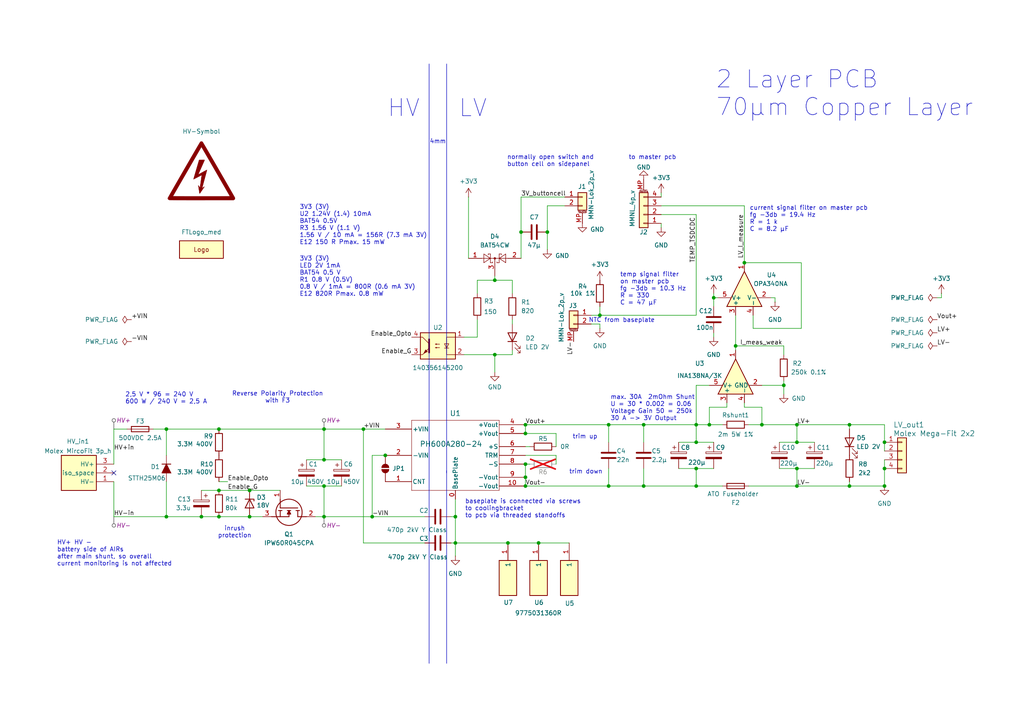
<source format=kicad_sch>
(kicad_sch
	(version 20250114)
	(generator "eeschema")
	(generator_version "9.0")
	(uuid "481990fd-b127-4385-85d7-f80120fe0558")
	(paper "A4")
	(title_block
		(title "TS-DCDC")
		(date "2024-12-12")
		(rev "0.5")
	)
	
	(text "trim down"
		(exclude_from_sim no)
		(at 169.926 136.906 0)
		(effects
			(font
				(size 1.27 1.27)
			)
		)
		(uuid "04734f46-de45-4d34-878a-6608bc75ee37")
	)
	(text "inrush\nprotection"
		(exclude_from_sim no)
		(at 68.072 154.432 0)
		(effects
			(font
				(size 1.27 1.27)
			)
		)
		(uuid "07610059-0173-4424-a45e-be35ad5ebe48")
	)
	(text "3V3 (3V)\nU2 1.24V (1.4) 10mA\nBAT54 0.5V\nR3 1.56 V (1.1 V)\n1.56 V / 10 mA = 156R (7.3 mA 3V)\nE12 150 R Pmax. 15 mW\n"
		(exclude_from_sim no)
		(at 86.868 65.278 0)
		(effects
			(font
				(size 1.27 1.27)
			)
			(justify left)
		)
		(uuid "3f96c4ac-3098-4086-8e54-e6a9154dcb2a")
	)
	(text "max. 30A  2mOhm Shunt \nU = 30 * 0.002 = 0.06\nVoltage Gain 50 = 250k\n30 A -> 3V Output\n"
		(exclude_from_sim no)
		(at 177.038 118.364 0)
		(effects
			(font
				(size 1.27 1.27)
			)
			(justify left)
		)
		(uuid "67ded7da-4aba-4b88-9fc1-ec67d50be751")
	)
	(text "trim up"
		(exclude_from_sim no)
		(at 169.672 126.746 0)
		(effects
			(font
				(size 1.27 1.27)
			)
		)
		(uuid "77fe4f30-5090-486a-ac6e-589ed9c50c6c")
	)
	(text "2,5 V * 96 = 240 V\n600 W / 240 V = 2,5 A\n"
		(exclude_from_sim no)
		(at 36.322 115.57 0)
		(effects
			(font
				(size 1.27 1.27)
			)
			(justify left)
		)
		(uuid "78eb7eac-2f32-4da1-9dc5-6e74c9b6aade")
	)
	(text "current signal filter on master pcb\nfg -3db = 19.4 Hz\nR = 1 k\nC = 8.2 µF\n"
		(exclude_from_sim no)
		(at 217.424 63.5 0)
		(effects
			(font
				(size 1.27 1.27)
			)
			(justify left)
		)
		(uuid "84f07ecc-42c7-4ee3-b490-ca1ad04dccea")
	)
	(text "LV"
		(exclude_from_sim no)
		(at 137.16 31.496 0)
		(effects
			(font
				(size 5 5)
			)
		)
		(uuid "85de256b-e237-4135-9c13-803f7afd9467")
	)
	(text "4mm"
		(exclude_from_sim no)
		(at 127 41.148 0)
		(effects
			(font
				(size 1.27 1.27)
			)
		)
		(uuid "8ec49412-a9c8-4989-b21d-7a0def946021")
	)
	(text "normally open switch and\nbutton cell on sidepanel\n "
		(exclude_from_sim no)
		(at 147.066 44.958 0)
		(effects
			(font
				(size 1.27 1.27)
			)
			(justify left top)
		)
		(uuid "908eaa4c-3a56-418b-91ad-19fbd1065048")
	)
	(text "NTC from baseplate"
		(exclude_from_sim no)
		(at 180.34 92.964 0)
		(effects
			(font
				(size 1.27 1.27)
			)
		)
		(uuid "9c749d5f-1885-46ab-b7e5-361cd374fcbb")
	)
	(text "HV"
		(exclude_from_sim no)
		(at 117.094 31.496 0)
		(effects
			(font
				(size 5 5)
			)
		)
		(uuid "af6ec9ee-a040-48e8-ae3d-65a9d009c181")
	)
	(text "3V3 (3V)\nLED 2V 1mA\nBAT54 0.5 V \nR1 0.8 V (0.5V)\n0.8 V / 1mA = 800R (0.6 mA 3V)\nE12 820R Pmax. 0.8 mW"
		(exclude_from_sim no)
		(at 86.868 80.264 0)
		(effects
			(font
				(size 1.27 1.27)
			)
			(justify left)
		)
		(uuid "ba3912c9-8ad9-435f-aa2f-6fb7c428a19d")
	)
	(text "HV+ HV -\nbattery side of AIRs\nafter main shunt, so overall \ncurrent monitoring is not affected"
		(exclude_from_sim no)
		(at 16.51 160.528 0)
		(effects
			(font
				(size 1.27 1.27)
			)
			(justify left)
		)
		(uuid "c126f2ea-e6b2-47a8-b22b-fa378bc59059")
	)
	(text "to master pcb"
		(exclude_from_sim no)
		(at 189.23 45.72 0)
		(effects
			(font
				(size 1.27 1.27)
			)
		)
		(uuid "c638da5a-f2ee-4ff3-964a-b5aea1093150")
	)
	(text "baseplate is connected via screws \nto coolingbracket\nto pcb via threaded standoffs\n"
		(exclude_from_sim no)
		(at 134.874 147.574 0)
		(effects
			(font
				(size 1.27 1.27)
			)
			(justify left)
		)
		(uuid "d648d4d9-87d9-4d9b-b964-89a71df83196")
	)
	(text "temp signal filter \non master pcb\nfg -3db = 10.3 Hz\nR = 330\nC = 47 µF"
		(exclude_from_sim no)
		(at 179.832 83.82 0)
		(effects
			(font
				(size 1.27 1.27)
			)
			(justify left)
		)
		(uuid "e31d4c2e-4611-41b5-9448-c1ba7eadbafa")
	)
	(text "Reverse Polarity Protection\nwith F3"
		(exclude_from_sim no)
		(at 80.518 115.316 0)
		(effects
			(font
				(size 1.27 1.27)
			)
		)
		(uuid "e7ea4fe9-65ce-4fe2-8c56-12aeaf2ab1f1")
	)
	(text "2 Layer PCB \n70µm Copper Layer\n"
		(exclude_from_sim no)
		(at 207.518 27.178 0)
		(effects
			(font
				(size 5 5)
			)
			(justify left)
		)
		(uuid "ebe7cb0c-aaec-4ca1-bfc9-a44c850991d6")
	)
	(junction
		(at 152.4 134.62)
		(diameter 0)
		(color 0 0 0 0)
		(uuid "02d82310-6629-4c87-9036-ddcc52c8352f")
	)
	(junction
		(at 186.69 123.19)
		(diameter 0)
		(color 0 0 0 0)
		(uuid "074916a0-776c-45a4-9891-1ac367c7adee")
	)
	(junction
		(at 207.01 86.36)
		(diameter 0)
		(color 0 0 0 0)
		(uuid "0b5490b3-e293-4295-af2d-225e580a2a86")
	)
	(junction
		(at 63.5 124.46)
		(diameter 0)
		(color 0 0 0 0)
		(uuid "1779b132-87c2-4283-98f7-dbcc78d671ed")
	)
	(junction
		(at 48.26 124.46)
		(diameter 0)
		(color 0 0 0 0)
		(uuid "1e504323-f82f-49a9-af64-86a099931ca1")
	)
	(junction
		(at 143.51 81.28)
		(diameter 0)
		(color 0 0 0 0)
		(uuid "3165cc88-44f3-44b4-b009-6cb1ff1d95e2")
	)
	(junction
		(at 201.93 128.27)
		(diameter 0)
		(color 0 0 0 0)
		(uuid "394d03bd-04ca-4867-9929-4b99a162bca1")
	)
	(junction
		(at 107.95 149.86)
		(diameter 0)
		(color 0 0 0 0)
		(uuid "47db95f4-55c8-4ac6-b859-9fdff52c5e6f")
	)
	(junction
		(at 213.36 100.33)
		(diameter 0)
		(color 0 0 0 0)
		(uuid "4a78cfc0-a3a7-4545-a089-f9ab5b08f3a7")
	)
	(junction
		(at 48.26 149.86)
		(diameter 0)
		(color 0 0 0 0)
		(uuid "4e8707c0-d233-4b62-a7db-ad41add261d3")
	)
	(junction
		(at 231.14 123.19)
		(diameter 0)
		(color 0 0 0 0)
		(uuid "5014c1f7-808e-4f0c-a2a7-8b9a377647b3")
	)
	(junction
		(at 176.53 123.19)
		(diameter 0)
		(color 0 0 0 0)
		(uuid "50a4607a-84ff-409c-a8ca-04824795d016")
	)
	(junction
		(at 105.41 124.46)
		(diameter 0)
		(color 0 0 0 0)
		(uuid "561a47fa-2593-4315-9404-39e9f80ef47b")
	)
	(junction
		(at 151.13 67.31)
		(diameter 0)
		(color 0 0 0 0)
		(uuid "57b28932-ef8e-4147-addb-f33d6ba1e5a1")
	)
	(junction
		(at 152.4 138.43)
		(diameter 0)
		(color 0 0 0 0)
		(uuid "5b8ea252-7fcc-4136-843c-783d32b626aa")
	)
	(junction
		(at 147.32 157.48)
		(diameter 0)
		(color 0 0 0 0)
		(uuid "5be45fca-20e5-486c-966b-f86e3edb1f72")
	)
	(junction
		(at 201.93 135.89)
		(diameter 0)
		(color 0 0 0 0)
		(uuid "5fb49f34-1ca6-4790-9a59-1c9d81f7558d")
	)
	(junction
		(at 152.4 123.19)
		(diameter 0)
		(color 0 0 0 0)
		(uuid "67350339-44f2-4c26-9577-d95920f2a78e")
	)
	(junction
		(at 246.38 123.19)
		(diameter 0)
		(color 0 0 0 0)
		(uuid "76d9ee0a-dcdb-4370-a18e-0929d628f305")
	)
	(junction
		(at 132.08 157.48)
		(diameter 0)
		(color 0 0 0 0)
		(uuid "7e10f4e6-2b7c-4725-9039-bfd685860899")
	)
	(junction
		(at 72.39 142.24)
		(diameter 0)
		(color 0 0 0 0)
		(uuid "831094e0-68eb-471d-b6d2-9b8a3fb2495c")
	)
	(junction
		(at 152.4 140.97)
		(diameter 0)
		(color 0 0 0 0)
		(uuid "83e64194-ac0a-41e5-b5e8-a313a571d44e")
	)
	(junction
		(at 205.74 123.19)
		(diameter 0)
		(color 0 0 0 0)
		(uuid "935b003b-0d8a-4295-80f5-22e9a263781e")
	)
	(junction
		(at 201.93 123.19)
		(diameter 0)
		(color 0 0 0 0)
		(uuid "93fd946e-2872-4ce3-b239-cf2bed9995eb")
	)
	(junction
		(at 176.53 140.97)
		(diameter 0)
		(color 0 0 0 0)
		(uuid "977022ea-b9bd-4376-9bd3-79840ca93b91")
	)
	(junction
		(at 72.39 149.86)
		(diameter 0)
		(color 0 0 0 0)
		(uuid "9beb2629-bb06-43d9-bfcf-bf1d7f4f4df5")
	)
	(junction
		(at 231.14 128.27)
		(diameter 0)
		(color 0 0 0 0)
		(uuid "9e45a370-90a1-42e0-becb-ab6fa6ca5f63")
	)
	(junction
		(at 231.14 135.89)
		(diameter 0)
		(color 0 0 0 0)
		(uuid "a1445c7a-2c10-433b-ab70-8052b7600558")
	)
	(junction
		(at 93.98 149.86)
		(diameter 0)
		(color 0 0 0 0)
		(uuid "a64d86bc-9d41-4b62-9f7f-1c7ed110dd9a")
	)
	(junction
		(at 173.99 91.44)
		(diameter 0)
		(color 0 0 0 0)
		(uuid "aa465a68-28a1-466e-adfe-b8ce6f38333b")
	)
	(junction
		(at 158.75 67.31)
		(diameter 0)
		(color 0 0 0 0)
		(uuid "b0b170ce-ed1d-4fdb-b1c3-913c70e72bdc")
	)
	(junction
		(at 156.21 157.48)
		(diameter 0)
		(color 0 0 0 0)
		(uuid "bab930e7-90ba-4eca-af42-d254a180b19b")
	)
	(junction
		(at 152.4 125.73)
		(diameter 0)
		(color 0 0 0 0)
		(uuid "bf40a337-aca5-477a-b961-e68c832b934e")
	)
	(junction
		(at 201.93 140.97)
		(diameter 0)
		(color 0 0 0 0)
		(uuid "c24b86be-92da-4c06-a67b-dffebb84de13")
	)
	(junction
		(at 220.98 123.19)
		(diameter 0)
		(color 0 0 0 0)
		(uuid "c299aaf4-0a12-4993-8e2a-66bca431515b")
	)
	(junction
		(at 132.08 149.86)
		(diameter 0)
		(color 0 0 0 0)
		(uuid "c84e0ed5-3ebf-4d1d-9659-128b709f56c4")
	)
	(junction
		(at 256.54 128.27)
		(diameter 0)
		(color 0 0 0 0)
		(uuid "c997e628-9f3f-46d9-8ae9-955649703980")
	)
	(junction
		(at 111.76 132.08)
		(diameter 0)
		(color 0 0 0 0)
		(uuid "ca6dbb6c-c605-425d-a2c6-a8f6d0aa6fbf")
	)
	(junction
		(at 58.42 149.86)
		(diameter 0)
		(color 0 0 0 0)
		(uuid "cddd4ee3-9a97-463e-81bf-9ebadbe22aa6")
	)
	(junction
		(at 93.98 124.46)
		(diameter 0)
		(color 0 0 0 0)
		(uuid "d52a8429-be72-4fc7-8ce0-5d80bc867a89")
	)
	(junction
		(at 186.69 140.97)
		(diameter 0)
		(color 0 0 0 0)
		(uuid "d7ca23e2-a949-4863-afd1-2290a989db6b")
	)
	(junction
		(at 93.98 140.97)
		(diameter 0)
		(color 0 0 0 0)
		(uuid "db9cee54-1e42-4081-8304-bcc54bf168a5")
	)
	(junction
		(at 215.9 76.2)
		(diameter 0)
		(color 0 0 0 0)
		(uuid "dc2f26eb-b3de-45b6-b97c-e94a92b05434")
	)
	(junction
		(at 246.38 140.97)
		(diameter 0)
		(color 0 0 0 0)
		(uuid "e0856cf7-9e70-4069-92f0-4ae958edd0f9")
	)
	(junction
		(at 256.54 135.89)
		(diameter 0)
		(color 0 0 0 0)
		(uuid "e644a94b-929d-4cbd-8084-3ad35e22eb69")
	)
	(junction
		(at 227.33 111.76)
		(diameter 0)
		(color 0 0 0 0)
		(uuid "eae5451f-a21f-43c5-ae3e-8b4b261d928f")
	)
	(junction
		(at 256.54 140.97)
		(diameter 0)
		(color 0 0 0 0)
		(uuid "f0ef3e57-7b9e-46ed-a2a7-000b82d4c689")
	)
	(junction
		(at 143.51 102.87)
		(diameter 0)
		(color 0 0 0 0)
		(uuid "f207fc1f-a392-4a19-b2e4-68881d693c6d")
	)
	(junction
		(at 231.14 140.97)
		(diameter 0)
		(color 0 0 0 0)
		(uuid "f2523500-b055-44f5-b7bb-8162d71715ef")
	)
	(junction
		(at 63.5 149.86)
		(diameter 0)
		(color 0 0 0 0)
		(uuid "f54faf02-b435-4ad2-8b3d-e4cae4c39ac8")
	)
	(junction
		(at 93.98 133.35)
		(diameter 0)
		(color 0 0 0 0)
		(uuid "f5654ff1-c867-4172-9727-a74eb02c6126")
	)
	(junction
		(at 63.5 142.24)
		(diameter 0)
		(color 0 0 0 0)
		(uuid "fc9d5681-0423-4b8f-841f-b64904442013")
	)
	(no_connect
		(at 33.02 137.16)
		(uuid "3919829c-4f62-4194-800b-26d4364b56e9")
	)
	(wire
		(pts
			(xy 231.14 135.89) (xy 231.14 140.97)
		)
		(stroke
			(width 0)
			(type default)
		)
		(uuid "0037e8fb-a550-4415-b611-92f3cfeba3f2")
	)
	(wire
		(pts
			(xy 132.08 144.78) (xy 132.08 149.86)
		)
		(stroke
			(width 0)
			(type default)
		)
		(uuid "02301709-bd39-4369-ab97-d155235b4318")
	)
	(wire
		(pts
			(xy 72.39 142.24) (xy 81.28 142.24)
		)
		(stroke
			(width 0)
			(type default)
		)
		(uuid "03a5c4e2-3e8f-4c61-8d9a-7dd0581a56d2")
	)
	(wire
		(pts
			(xy 231.14 128.27) (xy 236.22 128.27)
		)
		(stroke
			(width 0)
			(type default)
		)
		(uuid "05c496b9-2688-435a-9893-bb255927ace3")
	)
	(wire
		(pts
			(xy 48.26 149.86) (xy 58.42 149.86)
		)
		(stroke
			(width 0)
			(type default)
		)
		(uuid "08db9cc4-6752-42f7-b925-c71b40be69d2")
	)
	(wire
		(pts
			(xy 33.02 139.7) (xy 33.02 149.86)
		)
		(stroke
			(width 0)
			(type default)
		)
		(uuid "0a5cb095-e7f8-4b16-86e8-33f87222dce7")
	)
	(wire
		(pts
			(xy 176.53 123.19) (xy 176.53 128.27)
		)
		(stroke
			(width 0)
			(type default)
		)
		(uuid "0b742e9d-4535-43fc-8a0d-26e66dfe58d4")
	)
	(wire
		(pts
			(xy 176.53 135.89) (xy 176.53 140.97)
		)
		(stroke
			(width 0)
			(type default)
		)
		(uuid "0cd50857-6a7c-465a-92d1-4ba714e888df")
	)
	(wire
		(pts
			(xy 158.75 59.69) (xy 158.75 67.31)
		)
		(stroke
			(width 0)
			(type default)
		)
		(uuid "0df6e855-322c-4de3-bb8a-459d0d4da078")
	)
	(wire
		(pts
			(xy 148.59 102.87) (xy 148.59 101.6)
		)
		(stroke
			(width 0)
			(type default)
		)
		(uuid "0f1d7d77-42e2-4f82-87fb-c7a4172cd50d")
	)
	(wire
		(pts
			(xy 201.93 123.19) (xy 205.74 123.19)
		)
		(stroke
			(width 0)
			(type default)
		)
		(uuid "10f2754f-44cf-4748-9536-24d5b30757c0")
	)
	(wire
		(pts
			(xy 107.95 132.08) (xy 107.95 149.86)
		)
		(stroke
			(width 0)
			(type default)
		)
		(uuid "120d794b-e96c-4550-96c2-f71d4f95f50a")
	)
	(wire
		(pts
			(xy 152.4 134.62) (xy 153.67 134.62)
		)
		(stroke
			(width 0)
			(type default)
		)
		(uuid "14d2e455-92be-40f8-bd63-a9c1d2626900")
	)
	(wire
		(pts
			(xy 226.06 128.27) (xy 231.14 128.27)
		)
		(stroke
			(width 0)
			(type default)
		)
		(uuid "153664d3-d08c-45cf-8f6e-1e8dfae2391a")
	)
	(wire
		(pts
			(xy 72.39 149.86) (xy 76.2 149.86)
		)
		(stroke
			(width 0)
			(type default)
		)
		(uuid "1cda57b3-4a00-4a87-b5ad-7523d48ef03a")
	)
	(wire
		(pts
			(xy 107.95 132.08) (xy 111.76 132.08)
		)
		(stroke
			(width 0)
			(type default)
		)
		(uuid "1e5048e9-6c33-46f6-8a09-0167d53745af")
	)
	(wire
		(pts
			(xy 201.93 111.76) (xy 205.74 111.76)
		)
		(stroke
			(width 0)
			(type default)
		)
		(uuid "1ea89df3-eeaf-4488-8274-3f7e90292c88")
	)
	(wire
		(pts
			(xy 143.51 81.28) (xy 143.51 80.01)
		)
		(stroke
			(width 0)
			(type default)
		)
		(uuid "236490a0-a44b-4b88-9804-3ab0207ce788")
	)
	(wire
		(pts
			(xy 273.05 86.36) (xy 271.78 86.36)
		)
		(stroke
			(width 0)
			(type default)
		)
		(uuid "23b439c3-042c-43cf-b423-c5b81a979d3f")
	)
	(wire
		(pts
			(xy 151.13 57.15) (xy 163.83 57.15)
		)
		(stroke
			(width 0)
			(type default)
		)
		(uuid "264ecf0a-870d-412e-b541-3f43bf7a598e")
	)
	(wire
		(pts
			(xy 132.08 149.86) (xy 130.81 149.86)
		)
		(stroke
			(width 0)
			(type default)
		)
		(uuid "264f52b4-6805-4171-9811-e74c3faaa06b")
	)
	(wire
		(pts
			(xy 201.93 62.23) (xy 201.93 91.44)
		)
		(stroke
			(width 0)
			(type default)
		)
		(uuid "29398ffa-1fad-4e04-9c8b-193deec81f8f")
	)
	(wire
		(pts
			(xy 152.4 132.08) (xy 161.29 132.08)
		)
		(stroke
			(width 0)
			(type default)
		)
		(uuid "294f2c05-ee27-4d15-a4d3-9b0528169b1d")
	)
	(wire
		(pts
			(xy 173.99 93.98) (xy 171.45 93.98)
		)
		(stroke
			(width 0)
			(type default)
		)
		(uuid "297f1034-1e0a-41bd-a8df-a82ae5cf819c")
	)
	(wire
		(pts
			(xy 138.43 81.28) (xy 138.43 85.09)
		)
		(stroke
			(width 0)
			(type default)
		)
		(uuid "2a3f981d-8333-4ad8-ad0b-c68e04e2fb42")
	)
	(wire
		(pts
			(xy 132.08 157.48) (xy 147.32 157.48)
		)
		(stroke
			(width 0)
			(type default)
		)
		(uuid "2e70c804-80d8-441d-924b-bbd91742f157")
	)
	(wire
		(pts
			(xy 44.45 124.46) (xy 48.26 124.46)
		)
		(stroke
			(width 0)
			(type default)
		)
		(uuid "3097341a-1588-4b57-935d-1d32551eb1b9")
	)
	(wire
		(pts
			(xy 93.98 133.35) (xy 99.06 133.35)
		)
		(stroke
			(width 0)
			(type default)
		)
		(uuid "30f8ca51-438e-4f55-ba4c-e64fb0ad9ad0")
	)
	(wire
		(pts
			(xy 205.74 123.19) (xy 209.55 123.19)
		)
		(stroke
			(width 0)
			(type default)
		)
		(uuid "3143059a-e2ac-47fb-8d39-1ffbff3cccfd")
	)
	(wire
		(pts
			(xy 33.02 124.46) (xy 36.83 124.46)
		)
		(stroke
			(width 0)
			(type default)
		)
		(uuid "317d2e20-178e-49ca-8376-7bf2627a263c")
	)
	(wire
		(pts
			(xy 134.62 97.79) (xy 138.43 97.79)
		)
		(stroke
			(width 0)
			(type default)
		)
		(uuid "3688df3c-dac0-4957-89c9-1dcae79de4c9")
	)
	(wire
		(pts
			(xy 207.01 96.52) (xy 207.01 97.79)
		)
		(stroke
			(width 0)
			(type default)
		)
		(uuid "3710fd56-6fa6-43da-8d5e-77cfa280f729")
	)
	(wire
		(pts
			(xy 201.93 111.76) (xy 201.93 123.19)
		)
		(stroke
			(width 0)
			(type default)
		)
		(uuid "379f10b0-d592-424d-845d-0ba2ad5d3237")
	)
	(wire
		(pts
			(xy 210.82 116.84) (xy 210.82 118.11)
		)
		(stroke
			(width 0)
			(type default)
		)
		(uuid "37c421d2-7605-4ba4-847d-3c462741ae17")
	)
	(wire
		(pts
			(xy 210.82 118.11) (xy 205.74 118.11)
		)
		(stroke
			(width 0)
			(type default)
		)
		(uuid "38a97048-69e0-42bc-b2ef-7853b643ec12")
	)
	(wire
		(pts
			(xy 135.89 57.15) (xy 135.89 74.93)
		)
		(stroke
			(width 0)
			(type default)
		)
		(uuid "392e9eee-780b-4fd2-a95b-a76c7d8defb2")
	)
	(wire
		(pts
			(xy 33.02 124.46) (xy 33.02 134.62)
		)
		(stroke
			(width 0)
			(type default)
		)
		(uuid "3c816ac1-1558-4afb-b7fe-ea020adbf3c0")
	)
	(wire
		(pts
			(xy 218.44 95.25) (xy 232.41 95.25)
		)
		(stroke
			(width 0)
			(type default)
		)
		(uuid "3ccf695c-8b4c-45c8-8145-c0158c63b238")
	)
	(wire
		(pts
			(xy 161.29 134.62) (xy 161.29 132.08)
		)
		(stroke
			(width 0)
			(type default)
		)
		(uuid "42c86df2-eaec-490f-af1f-d5cdfc2ec8d7")
	)
	(wire
		(pts
			(xy 227.33 111.76) (xy 227.33 114.3)
		)
		(stroke
			(width 0)
			(type default)
		)
		(uuid "439e8fe9-ee4e-4d7e-8015-aec1d0604516")
	)
	(wire
		(pts
			(xy 152.4 123.19) (xy 176.53 123.19)
		)
		(stroke
			(width 0)
			(type default)
		)
		(uuid "44c44675-14e3-4291-9024-4b870845b23c")
	)
	(polyline
		(pts
			(xy 124.46 18.542) (xy 124.46 192.405)
		)
		(stroke
			(width 0)
			(type default)
		)
		(uuid "460a0849-d4dc-4bab-a78d-b5d5147a2ba8")
	)
	(wire
		(pts
			(xy 208.28 86.36) (xy 207.01 86.36)
		)
		(stroke
			(width 0)
			(type default)
		)
		(uuid "49aab889-59ba-46f2-b18c-8335aa4700ae")
	)
	(wire
		(pts
			(xy 191.77 66.04) (xy 191.77 64.77)
		)
		(stroke
			(width 0)
			(type default)
		)
		(uuid "49b64ea0-6fb6-4980-929d-b0b9d9c59bda")
	)
	(wire
		(pts
			(xy 151.13 57.15) (xy 151.13 67.31)
		)
		(stroke
			(width 0)
			(type default)
		)
		(uuid "49b85483-b9d3-442b-b63f-34c3f83aad99")
	)
	(wire
		(pts
			(xy 152.4 138.43) (xy 152.4 134.62)
		)
		(stroke
			(width 0)
			(type default)
		)
		(uuid "4ad382f0-ff9b-434f-baa6-d9baed5f38db")
	)
	(wire
		(pts
			(xy 33.02 149.86) (xy 48.26 149.86)
		)
		(stroke
			(width 0)
			(type default)
		)
		(uuid "4b1eff9f-c0bb-45f4-83ad-b5e500ad58d8")
	)
	(wire
		(pts
			(xy 217.17 140.97) (xy 231.14 140.97)
		)
		(stroke
			(width 0)
			(type default)
		)
		(uuid "518cc554-661a-4e5a-a6ba-7998f8e83567")
	)
	(wire
		(pts
			(xy 105.41 157.48) (xy 123.19 157.48)
		)
		(stroke
			(width 0)
			(type default)
		)
		(uuid "5349b4b2-15fe-4682-872d-8a5adb7cf765")
	)
	(wire
		(pts
			(xy 105.41 124.46) (xy 111.76 124.46)
		)
		(stroke
			(width 0)
			(type default)
		)
		(uuid "5371134f-2d4b-43a0-b57e-abe1c06a2b3b")
	)
	(wire
		(pts
			(xy 143.51 81.28) (xy 148.59 81.28)
		)
		(stroke
			(width 0)
			(type default)
		)
		(uuid "543b0d3d-7e6a-49ee-a57e-454f7591d32d")
	)
	(wire
		(pts
			(xy 143.51 102.87) (xy 148.59 102.87)
		)
		(stroke
			(width 0)
			(type default)
		)
		(uuid "54769014-6a35-4cb6-9b6a-878d74a09e16")
	)
	(wire
		(pts
			(xy 220.98 118.11) (xy 220.98 123.19)
		)
		(stroke
			(width 0)
			(type default)
		)
		(uuid "564b3770-ed33-41a3-a192-38be3aeea5c8")
	)
	(wire
		(pts
			(xy 66.04 139.7) (xy 63.5 139.7)
		)
		(stroke
			(width 0)
			(type default)
		)
		(uuid "56fa8c4a-2382-4e98-ab4c-53d93d5d0d8f")
	)
	(wire
		(pts
			(xy 63.5 142.24) (xy 58.42 142.24)
		)
		(stroke
			(width 0)
			(type default)
		)
		(uuid "57a00d2c-f4a2-4f30-8de1-c312d1d1217c")
	)
	(wire
		(pts
			(xy 224.79 87.63) (xy 224.79 86.36)
		)
		(stroke
			(width 0)
			(type default)
		)
		(uuid "5f375824-0a10-485f-b59e-eb3858a18cc2")
	)
	(wire
		(pts
			(xy 186.69 123.19) (xy 201.93 123.19)
		)
		(stroke
			(width 0)
			(type default)
		)
		(uuid "5fe55959-81c9-4f96-a164-e07a6beda92d")
	)
	(wire
		(pts
			(xy 152.4 129.54) (xy 153.67 129.54)
		)
		(stroke
			(width 0)
			(type default)
		)
		(uuid "5fe7b1ce-aff7-4bd3-864e-e48d08e2f725")
	)
	(wire
		(pts
			(xy 88.9 133.35) (xy 93.98 133.35)
		)
		(stroke
			(width 0)
			(type default)
		)
		(uuid "64cb140e-fa6a-4d42-bc9b-a5cebca39137")
	)
	(wire
		(pts
			(xy 213.36 91.44) (xy 213.36 100.33)
		)
		(stroke
			(width 0)
			(type default)
		)
		(uuid "68b60c26-5ca3-47b1-be3e-741b0ffe52e1")
	)
	(wire
		(pts
			(xy 186.69 140.97) (xy 201.93 140.97)
		)
		(stroke
			(width 0)
			(type default)
		)
		(uuid "694dfd9a-ed4b-43db-a58b-a407ecbcbebd")
	)
	(wire
		(pts
			(xy 173.99 88.9) (xy 173.99 91.44)
		)
		(stroke
			(width 0)
			(type default)
		)
		(uuid "6acd7e4e-5553-45c1-bbb0-82e1d0e841fd")
	)
	(wire
		(pts
			(xy 107.95 149.86) (xy 123.19 149.86)
		)
		(stroke
			(width 0)
			(type default)
		)
		(uuid "6b02d15f-9d1f-4adc-a809-a4a5d741c4c9")
	)
	(wire
		(pts
			(xy 63.5 149.86) (xy 72.39 149.86)
		)
		(stroke
			(width 0)
			(type default)
		)
		(uuid "6effd5be-8ee8-42df-9517-3b0f6d59fa18")
	)
	(wire
		(pts
			(xy 213.36 100.33) (xy 227.33 100.33)
		)
		(stroke
			(width 0)
			(type default)
		)
		(uuid "6f3c8331-facc-485a-9c78-4cfe81978713")
	)
	(wire
		(pts
			(xy 173.99 91.44) (xy 201.93 91.44)
		)
		(stroke
			(width 0)
			(type default)
		)
		(uuid "71099b7d-2adb-47d0-8272-7c4e1f90e24b")
	)
	(wire
		(pts
			(xy 186.69 123.19) (xy 186.69 128.27)
		)
		(stroke
			(width 0)
			(type default)
		)
		(uuid "731435d6-c814-457e-a35e-fa33d09a9e44")
	)
	(wire
		(pts
			(xy 220.98 111.76) (xy 227.33 111.76)
		)
		(stroke
			(width 0)
			(type default)
		)
		(uuid "740bc6d3-5d78-4496-853d-b1e25cc1b659")
	)
	(wire
		(pts
			(xy 201.93 128.27) (xy 207.01 128.27)
		)
		(stroke
			(width 0)
			(type default)
		)
		(uuid "75f33c1b-d741-4def-8f1a-55c354fd5fe2")
	)
	(wire
		(pts
			(xy 186.69 135.89) (xy 186.69 140.97)
		)
		(stroke
			(width 0)
			(type default)
		)
		(uuid "77e13383-5240-4f15-bf44-7e6bd601b827")
	)
	(wire
		(pts
			(xy 201.93 135.89) (xy 201.93 140.97)
		)
		(stroke
			(width 0)
			(type default)
		)
		(uuid "77f1f963-8b1b-4ec1-8f7b-8250cee6dd64")
	)
	(wire
		(pts
			(xy 158.75 67.31) (xy 158.75 72.39)
		)
		(stroke
			(width 0)
			(type default)
		)
		(uuid "7872270b-a68b-4f48-ba6a-d4a55eb8f9ae")
	)
	(wire
		(pts
			(xy 220.98 118.11) (xy 215.9 118.11)
		)
		(stroke
			(width 0)
			(type default)
		)
		(uuid "78f06fe8-abfc-4f03-9bd0-fd51c1fcb4dc")
	)
	(wire
		(pts
			(xy 226.06 135.89) (xy 231.14 135.89)
		)
		(stroke
			(width 0)
			(type default)
		)
		(uuid "7c663f32-f3d2-4209-85a7-388b59073298")
	)
	(wire
		(pts
			(xy 93.98 124.46) (xy 93.98 133.35)
		)
		(stroke
			(width 0)
			(type default)
		)
		(uuid "807a5b02-2548-43f4-b24e-9b4931a309b5")
	)
	(polyline
		(pts
			(xy 129.54 136.525) (xy 129.54 192.405)
		)
		(stroke
			(width 0)
			(type default)
		)
		(uuid "85ace026-8d90-49a4-8a37-460cc436021d")
	)
	(wire
		(pts
			(xy 93.98 140.97) (xy 99.06 140.97)
		)
		(stroke
			(width 0)
			(type default)
		)
		(uuid "86d5f0c8-4691-47b4-b1ac-e7fdc4152152")
	)
	(wire
		(pts
			(xy 152.4 123.19) (xy 152.4 125.73)
		)
		(stroke
			(width 0)
			(type default)
		)
		(uuid "873a82a6-f318-412b-8a7a-2a51a92b8376")
	)
	(wire
		(pts
			(xy 191.77 57.15) (xy 191.77 55.88)
		)
		(stroke
			(width 0)
			(type default)
		)
		(uuid "88122b6e-cc8b-49ca-bd59-d08c500c8b66")
	)
	(wire
		(pts
			(xy 232.41 76.2) (xy 215.9 76.2)
		)
		(stroke
			(width 0)
			(type default)
		)
		(uuid "8c2a7cfa-0f8b-4f1a-a580-2df7a47d5b0d")
	)
	(wire
		(pts
			(xy 201.93 140.97) (xy 209.55 140.97)
		)
		(stroke
			(width 0)
			(type default)
		)
		(uuid "8c497f06-1a7f-4e15-ac18-332895c3db15")
	)
	(wire
		(pts
			(xy 161.29 125.73) (xy 152.4 125.73)
		)
		(stroke
			(width 0)
			(type default)
		)
		(uuid "8c7e4780-7234-4c82-a1c4-f08f9c772d37")
	)
	(wire
		(pts
			(xy 93.98 124.46) (xy 105.41 124.46)
		)
		(stroke
			(width 0)
			(type default)
		)
		(uuid "915f2bc1-2663-4d14-abd8-aea8dceb700e")
	)
	(wire
		(pts
			(xy 48.26 139.7) (xy 48.26 149.86)
		)
		(stroke
			(width 0)
			(type default)
		)
		(uuid "91d214f9-2b24-47b9-b673-49f95cdcb78e")
	)
	(wire
		(pts
			(xy 205.74 118.11) (xy 205.74 123.19)
		)
		(stroke
			(width 0)
			(type default)
		)
		(uuid "92a42c9a-3de8-4fe1-a993-d85ad268c12a")
	)
	(wire
		(pts
			(xy 147.32 157.48) (xy 156.21 157.48)
		)
		(stroke
			(width 0)
			(type default)
		)
		(uuid "944ca933-b4fa-427a-b52c-c486ff2cbf8e")
	)
	(wire
		(pts
			(xy 138.43 81.28) (xy 143.51 81.28)
		)
		(stroke
			(width 0)
			(type default)
		)
		(uuid "945311ed-bfb8-42e4-9c61-92e9275dd8a1")
	)
	(wire
		(pts
			(xy 196.85 128.27) (xy 201.93 128.27)
		)
		(stroke
			(width 0)
			(type default)
		)
		(uuid "983b5e87-6d46-4ef1-a0d5-0852bf0a12ba")
	)
	(wire
		(pts
			(xy 196.85 135.89) (xy 201.93 135.89)
		)
		(stroke
			(width 0)
			(type default)
		)
		(uuid "99468c55-6450-4091-9f9e-fb904044b832")
	)
	(wire
		(pts
			(xy 232.41 95.25) (xy 232.41 76.2)
		)
		(stroke
			(width 0)
			(type default)
		)
		(uuid "9a296684-4b19-4323-b297-b8e9c068cde6")
	)
	(wire
		(pts
			(xy 93.98 140.97) (xy 88.9 140.97)
		)
		(stroke
			(width 0)
			(type default)
		)
		(uuid "9c98813a-265a-4d3d-b27a-5976b5033875")
	)
	(wire
		(pts
			(xy 163.83 59.69) (xy 158.75 59.69)
		)
		(stroke
			(width 0)
			(type default)
		)
		(uuid "9e1b59fa-6eed-4677-86e5-3985620dd7d7")
	)
	(wire
		(pts
			(xy 246.38 124.46) (xy 246.38 123.19)
		)
		(stroke
			(width 0)
			(type default)
		)
		(uuid "a1c2dcab-1fc9-4961-972a-60ead93127d3")
	)
	(wire
		(pts
			(xy 176.53 123.19) (xy 186.69 123.19)
		)
		(stroke
			(width 0)
			(type default)
		)
		(uuid "a23520ba-19e1-47c7-9b54-8ebe1a38ee18")
	)
	(wire
		(pts
			(xy 213.36 100.33) (xy 213.36 101.6)
		)
		(stroke
			(width 0)
			(type default)
		)
		(uuid "a7a5454c-2921-4b6b-be1b-496208aaee11")
	)
	(wire
		(pts
			(xy 224.79 86.36) (xy 223.52 86.36)
		)
		(stroke
			(width 0)
			(type default)
		)
		(uuid "a7cf1122-a12a-4b57-a507-08aca598850e")
	)
	(wire
		(pts
			(xy 173.99 91.44) (xy 171.45 91.44)
		)
		(stroke
			(width 0)
			(type default)
		)
		(uuid "a9105e3e-1558-435d-b538-70f59390f572")
	)
	(wire
		(pts
			(xy 231.14 135.89) (xy 236.22 135.89)
		)
		(stroke
			(width 0)
			(type default)
		)
		(uuid "af25c31e-f24a-4444-9649-7de8ff3fff6e")
	)
	(wire
		(pts
			(xy 217.17 123.19) (xy 220.98 123.19)
		)
		(stroke
			(width 0)
			(type default)
		)
		(uuid "af642a52-a419-475b-bb1c-3a87b50853cd")
	)
	(wire
		(pts
			(xy 215.9 59.69) (xy 215.9 76.2)
		)
		(stroke
			(width 0)
			(type default)
		)
		(uuid "afb37270-97f7-4056-a816-b81ddb4fea1f")
	)
	(wire
		(pts
			(xy 231.14 140.97) (xy 246.38 140.97)
		)
		(stroke
			(width 0)
			(type default)
		)
		(uuid "b3e23c68-0b35-4310-9cc2-2dbb103dc4ce")
	)
	(wire
		(pts
			(xy 231.14 123.19) (xy 231.14 128.27)
		)
		(stroke
			(width 0)
			(type default)
		)
		(uuid "b5526aff-2d94-4525-b259-9f3afe15947b")
	)
	(wire
		(pts
			(xy 201.93 135.89) (xy 207.01 135.89)
		)
		(stroke
			(width 0)
			(type default)
		)
		(uuid "b9ad92b1-dce1-47da-929d-737acd08781b")
	)
	(wire
		(pts
			(xy 191.77 59.69) (xy 215.9 59.69)
		)
		(stroke
			(width 0)
			(type default)
		)
		(uuid "ba08448a-7afb-4c51-bfbd-671f0fecef79")
	)
	(polyline
		(pts
			(xy 129.54 18.542) (xy 129.54 137.16)
		)
		(stroke
			(width 0)
			(type default)
		)
		(uuid "ba3ce3c5-4d43-42c2-894e-b8e93b1b1824")
	)
	(wire
		(pts
			(xy 152.4 140.97) (xy 152.4 138.43)
		)
		(stroke
			(width 0)
			(type default)
		)
		(uuid "bedd058a-65ed-4bfc-ac37-afc7cdc40363")
	)
	(wire
		(pts
			(xy 48.26 132.08) (xy 48.26 124.46)
		)
		(stroke
			(width 0)
			(type default)
		)
		(uuid "c07ab5d6-6375-4722-a377-aaf27121e872")
	)
	(wire
		(pts
			(xy 143.51 102.87) (xy 143.51 107.95)
		)
		(stroke
			(width 0)
			(type default)
		)
		(uuid "c3eff25b-2720-4f79-aca0-8e5800841ba6")
	)
	(wire
		(pts
			(xy 152.4 140.97) (xy 176.53 140.97)
		)
		(stroke
			(width 0)
			(type default)
		)
		(uuid "c5f834de-202a-4287-9f60-bddf5cce6a85")
	)
	(wire
		(pts
			(xy 93.98 149.86) (xy 107.95 149.86)
		)
		(stroke
			(width 0)
			(type default)
		)
		(uuid "c6b2032a-1ed8-4106-b070-b61629dd3f1d")
	)
	(wire
		(pts
			(xy 256.54 128.27) (xy 256.54 130.81)
		)
		(stroke
			(width 0)
			(type default)
		)
		(uuid "c7b0efbf-f8aa-445b-9d7a-e2d7cf1979a4")
	)
	(wire
		(pts
			(xy 256.54 133.35) (xy 256.54 135.89)
		)
		(stroke
			(width 0)
			(type default)
		)
		(uuid "c806ff92-1d02-4f63-9e07-ffdd2a673c19")
	)
	(wire
		(pts
			(xy 246.38 123.19) (xy 256.54 123.19)
		)
		(stroke
			(width 0)
			(type default)
		)
		(uuid "c8a08bdd-6f91-4067-9f92-f4d6170bc505")
	)
	(wire
		(pts
			(xy 63.5 142.24) (xy 72.39 142.24)
		)
		(stroke
			(width 0)
			(type default)
		)
		(uuid "ca1ba5e5-7ec0-4721-8252-be1192b215bd")
	)
	(wire
		(pts
			(xy 176.53 140.97) (xy 186.69 140.97)
		)
		(stroke
			(width 0)
			(type default)
		)
		(uuid "cbd0c08b-ba83-43cb-b4e9-2d91e8dedcbc")
	)
	(wire
		(pts
			(xy 148.59 92.71) (xy 148.59 93.98)
		)
		(stroke
			(width 0)
			(type default)
		)
		(uuid "ccc87bb9-0c80-437e-9a78-53a0c32c9eaf")
	)
	(wire
		(pts
			(xy 48.26 124.46) (xy 63.5 124.46)
		)
		(stroke
			(width 0)
			(type default)
		)
		(uuid "cd5efa7b-59da-4129-a85c-5a6dc771a53d")
	)
	(wire
		(pts
			(xy 91.44 149.86) (xy 93.98 149.86)
		)
		(stroke
			(width 0)
			(type default)
		)
		(uuid "ce04aeba-f5d5-4b8b-9fd3-446dd04145ff")
	)
	(wire
		(pts
			(xy 173.99 93.98) (xy 173.99 95.25)
		)
		(stroke
			(width 0)
			(type default)
		)
		(uuid "ce0971a5-460a-4332-b8c4-66f7f269bed2")
	)
	(wire
		(pts
			(xy 215.9 118.11) (xy 215.9 116.84)
		)
		(stroke
			(width 0)
			(type default)
		)
		(uuid "ce41ba23-ec0c-4253-9314-913ed302287a")
	)
	(wire
		(pts
			(xy 138.43 92.71) (xy 138.43 97.79)
		)
		(stroke
			(width 0)
			(type default)
		)
		(uuid "d0b33669-e583-4e49-be98-fd2fd762b8c0")
	)
	(wire
		(pts
			(xy 256.54 135.89) (xy 256.54 140.97)
		)
		(stroke
			(width 0)
			(type default)
		)
		(uuid "d306fbf5-aa32-4901-b812-161087801112")
	)
	(wire
		(pts
			(xy 151.13 67.31) (xy 151.13 74.93)
		)
		(stroke
			(width 0)
			(type default)
		)
		(uuid "d6f8204f-6be9-4165-978f-c2b520d66078")
	)
	(wire
		(pts
			(xy 58.42 149.86) (xy 63.5 149.86)
		)
		(stroke
			(width 0)
			(type default)
		)
		(uuid "d8baae26-c7a5-4d64-9071-ffd51eba7a0e")
	)
	(wire
		(pts
			(xy 148.59 81.28) (xy 148.59 85.09)
		)
		(stroke
			(width 0)
			(type default)
		)
		(uuid "d9d4373d-274f-4632-858c-11fb3a8dfb68")
	)
	(wire
		(pts
			(xy 161.29 129.54) (xy 161.29 125.73)
		)
		(stroke
			(width 0)
			(type default)
		)
		(uuid "db20e674-beb1-4340-905c-d13e4e6f551e")
	)
	(wire
		(pts
			(xy 246.38 139.7) (xy 246.38 140.97)
		)
		(stroke
			(width 0)
			(type default)
		)
		(uuid "dbb3b7f6-0d5d-49b0-8e78-667fb6b1ebb1")
	)
	(wire
		(pts
			(xy 132.08 157.48) (xy 130.81 157.48)
		)
		(stroke
			(width 0)
			(type default)
		)
		(uuid "dbf9217c-1d44-4e34-b07e-15817b2ef57f")
	)
	(wire
		(pts
			(xy 132.08 161.29) (xy 132.08 157.48)
		)
		(stroke
			(width 0)
			(type default)
		)
		(uuid "dc66d186-367b-4c30-9198-78965c67ce16")
	)
	(wire
		(pts
			(xy 105.41 124.46) (xy 105.41 157.48)
		)
		(stroke
			(width 0)
			(type default)
		)
		(uuid "dd9696f2-84f8-48d1-a4e6-a2f5a11f8678")
	)
	(wire
		(pts
			(xy 273.05 85.09) (xy 273.05 86.36)
		)
		(stroke
			(width 0)
			(type default)
		)
		(uuid "dfc2c43d-3286-47b6-aa3a-d8d97870d2da")
	)
	(wire
		(pts
			(xy 63.5 124.46) (xy 93.98 124.46)
		)
		(stroke
			(width 0)
			(type default)
		)
		(uuid "dff7643e-106f-47be-9936-e629f4cdd2a4")
	)
	(wire
		(pts
			(xy 165.1 157.48) (xy 156.21 157.48)
		)
		(stroke
			(width 0)
			(type default)
		)
		(uuid "e503ca59-1b5c-4143-ad1a-3cb61393b636")
	)
	(wire
		(pts
			(xy 227.33 100.33) (xy 227.33 102.87)
		)
		(stroke
			(width 0)
			(type default)
		)
		(uuid "e648728b-83ed-4a6a-93a9-434131ffd258")
	)
	(wire
		(pts
			(xy 220.98 123.19) (xy 231.14 123.19)
		)
		(stroke
			(width 0)
			(type default)
		)
		(uuid "e77cd413-6adf-4336-88b2-78ff96def9b1")
	)
	(wire
		(pts
			(xy 207.01 86.36) (xy 207.01 85.09)
		)
		(stroke
			(width 0)
			(type default)
		)
		(uuid "eb37246b-3cda-4ab5-953d-44fb909b3073")
	)
	(wire
		(pts
			(xy 132.08 149.86) (xy 132.08 157.48)
		)
		(stroke
			(width 0)
			(type default)
		)
		(uuid "ec075797-bf35-4d81-bd9d-add2df7ee08b")
	)
	(wire
		(pts
			(xy 256.54 140.97) (xy 246.38 140.97)
		)
		(stroke
			(width 0)
			(type default)
		)
		(uuid "ed72fc25-f15f-4476-bcb8-84db50513051")
	)
	(wire
		(pts
			(xy 256.54 123.19) (xy 256.54 128.27)
		)
		(stroke
			(width 0)
			(type default)
		)
		(uuid "efa752a8-b0a0-43b6-a27d-eed673b61fc8")
	)
	(wire
		(pts
			(xy 207.01 86.36) (xy 207.01 88.9)
		)
		(stroke
			(width 0)
			(type default)
		)
		(uuid "f0bf0d00-d2da-40f0-a679-44871ac362f4")
	)
	(wire
		(pts
			(xy 227.33 110.49) (xy 227.33 111.76)
		)
		(stroke
			(width 0)
			(type default)
		)
		(uuid "f1973230-e3d4-41e0-8fe5-212bd13751f8")
	)
	(wire
		(pts
			(xy 143.51 102.87) (xy 134.62 102.87)
		)
		(stroke
			(width 0)
			(type default)
		)
		(uuid "f1f1cf71-0d93-4ee5-bfe8-3f5dae35cb98")
	)
	(wire
		(pts
			(xy 231.14 123.19) (xy 246.38 123.19)
		)
		(stroke
			(width 0)
			(type default)
		)
		(uuid "f3c0c984-ae9f-40de-87b3-25c91109400a")
	)
	(wire
		(pts
			(xy 201.93 62.23) (xy 191.77 62.23)
		)
		(stroke
			(width 0)
			(type default)
		)
		(uuid "f401c5af-7b8f-4253-8df7-33a3ee83d2f3")
	)
	(wire
		(pts
			(xy 218.44 95.25) (xy 218.44 91.44)
		)
		(stroke
			(width 0)
			(type default)
		)
		(uuid "f57d4803-475c-4e09-b181-d2dcfe1a5dbb")
	)
	(wire
		(pts
			(xy 93.98 149.86) (xy 93.98 140.97)
		)
		(stroke
			(width 0)
			(type default)
		)
		(uuid "f7c298e8-65d8-45d3-8e90-14b49345fbd8")
	)
	(wire
		(pts
			(xy 201.93 123.19) (xy 201.93 128.27)
		)
		(stroke
			(width 0)
			(type default)
		)
		(uuid "fef0f9a5-12ac-4fcd-a3b5-6d6be487fa97")
	)
	(label "LV+"
		(at 231.14 123.19 0)
		(effects
			(font
				(size 1.27 1.27)
			)
			(justify left bottom)
		)
		(uuid "05539ff6-f9d3-4fc7-931e-e131c28d1911")
	)
	(label "+VIN"
		(at 38.1 92.71 0)
		(effects
			(font
				(size 1.27 1.27)
			)
			(justify left bottom)
		)
		(uuid "18007a5a-d57c-43b7-9727-0346f3046ded")
	)
	(label "LV-"
		(at 231.14 140.97 0)
		(effects
			(font
				(size 1.27 1.27)
			)
			(justify left bottom)
		)
		(uuid "1c76f8c8-db37-43c2-ad41-8ea426ad3674")
	)
	(label "Vout-"
		(at 152.4 140.97 0)
		(effects
			(font
				(size 1.27 1.27)
			)
			(justify left bottom)
		)
		(uuid "2824fa48-87e6-46d9-9030-bac2a20e71cb")
	)
	(label "TEMP_TSDCDC"
		(at 201.93 76.2 90)
		(effects
			(font
				(size 1.27 1.27)
			)
			(justify left bottom)
		)
		(uuid "2f79cc5b-10e0-4e2a-a51e-449eff867e28")
	)
	(label "LV-"
		(at 271.78 100.33 0)
		(effects
			(font
				(size 1.27 1.27)
			)
			(justify left bottom)
		)
		(uuid "33595da7-78fc-4748-8c91-33ec7fa68559")
	)
	(label "Vout+"
		(at 271.78 92.71 0)
		(effects
			(font
				(size 1.27 1.27)
			)
			(justify left bottom)
		)
		(uuid "33b3e14a-eb85-4e33-be31-28e89c7f6c27")
	)
	(label "-VIN"
		(at 38.1 99.06 0)
		(effects
			(font
				(size 1.27 1.27)
			)
			(justify left bottom)
		)
		(uuid "4446ecf5-08d9-43ef-8e17-831e3f53d5c9")
	)
	(label "-VIN"
		(at 107.95 149.86 0)
		(effects
			(font
				(size 1.27 1.27)
			)
			(justify left bottom)
		)
		(uuid "5bec727a-1924-4b54-8518-6f4b2e04b0d0")
	)
	(label "LV_I_measure"
		(at 215.9 74.93 90)
		(effects
			(font
				(size 1.27 1.27)
			)
			(justify left bottom)
		)
		(uuid "5c38a1a7-c1b8-4c78-b615-b95cbc42da89")
	)
	(label "HV+in"
		(at 33.02 130.81 0)
		(effects
			(font
				(size 1.27 1.27)
			)
			(justify left bottom)
		)
		(uuid "5f67e867-946b-4b06-8f64-ae1170ff0c33")
	)
	(label "I_meas_weak"
		(at 214.63 100.33 0)
		(effects
			(font
				(size 1.27 1.27)
			)
			(justify left bottom)
		)
		(uuid "64d42b15-49f3-425f-a3c1-3637ab73530c")
	)
	(label "3V_buttoncell"
		(at 151.13 57.15 0)
		(effects
			(font
				(size 1.27 1.27)
			)
			(justify left bottom)
		)
		(uuid "727ba0df-627a-441c-97d1-10c2dca1f696")
	)
	(label "LV-"
		(at 166.37 99.06 270)
		(effects
			(font
				(size 1.27 1.27)
			)
			(justify right bottom)
		)
		(uuid "826071f6-cebe-47de-bf39-e52bd9d9963c")
	)
	(label "Enable_G"
		(at 66.04 142.24 0)
		(effects
			(font
				(size 1.27 1.27)
			)
			(justify left bottom)
		)
		(uuid "88c7fee9-ac1e-4263-8437-9f9370a6e330")
	)
	(label "HV-in"
		(at 33.02 149.86 0)
		(effects
			(font
				(size 1.27 1.27)
			)
			(justify left bottom)
		)
		(uuid "8cf2d63e-e3d0-48a7-a3ee-db98f465d935")
	)
	(label "Enable_Opto"
		(at 66.04 139.7 0)
		(effects
			(font
				(size 1.27 1.27)
			)
			(justify left bottom)
		)
		(uuid "c7380469-0e5c-4107-abf6-8d86936470e6")
	)
	(label "Vout+"
		(at 152.4 123.19 0)
		(effects
			(font
				(size 1.27 1.27)
			)
			(justify left bottom)
		)
		(uuid "d82b4c64-7d35-48ec-a8c7-d65d5befe459")
	)
	(label "Enable_G"
		(at 119.38 102.87 180)
		(effects
			(font
				(size 1.27 1.27)
			)
			(justify right bottom)
		)
		(uuid "d8bf1671-a509-4a6c-b2d5-78fe08a9714f")
	)
	(label "Enable_Opto"
		(at 119.38 97.79 180)
		(effects
			(font
				(size 1.27 1.27)
			)
			(justify right bottom)
		)
		(uuid "e25e8165-f68c-41d4-8e90-ea3d85279d28")
	)
	(label "+VIN"
		(at 105.41 124.46 0)
		(effects
			(font
				(size 1.27 1.27)
			)
			(justify left bottom)
		)
		(uuid "eef3cfc3-55de-46cd-b3cd-c4ad84e70799")
	)
	(label "LV+"
		(at 271.78 96.52 0)
		(effects
			(font
				(size 1.27 1.27)
			)
			(justify left bottom)
		)
		(uuid "fa85643a-09ec-4c04-86d5-1a18b358b972")
	)
	(netclass_flag ""
		(length 2.54)
		(shape round)
		(at 33.02 124.46 0)
		(fields_autoplaced yes)
		(effects
			(font
				(size 1.27 1.27)
			)
			(justify left bottom)
		)
		(uuid "4e11af2d-3791-4105-9558-e3e315efa73d")
		(property "Netclass" "HV+"
			(at 33.7185 121.92 0)
			(effects
				(font
					(size 1.27 1.27)
					(italic yes)
				)
				(justify left)
			)
		)
	)
	(netclass_flag ""
		(length 2.54)
		(shape round)
		(at 33.02 149.86 180)
		(fields_autoplaced yes)
		(effects
			(font
				(size 1.27 1.27)
			)
			(justify right bottom)
		)
		(uuid "5f585924-a271-471a-8ff1-8c8b421cf0e5")
		(property "Netclass" "HV-"
			(at 33.7185 152.4 0)
			(effects
				(font
					(size 1.27 1.27)
					(italic yes)
				)
				(justify left)
			)
		)
	)
	(netclass_flag ""
		(length 2.54)
		(shape round)
		(at 93.98 124.46 0)
		(fields_autoplaced yes)
		(effects
			(font
				(size 1.27 1.27)
			)
			(justify left bottom)
		)
		(uuid "bb5fb8ff-01d8-434a-b0c1-fcff39d6ecbc")
		(property "Netclass" "HV+"
			(at 94.6785 121.92 0)
			(effects
				(font
					(size 1.27 1.27)
					(italic yes)
				)
				(justify left)
			)
		)
	)
	(netclass_flag ""
		(length 2.54)
		(shape round)
		(at 93.98 149.86 180)
		(fields_autoplaced yes)
		(effects
			(font
				(size 1.27 1.27)
			)
			(justify right bottom)
		)
		(uuid "f4383fd6-7e08-4b3c-af43-f28f62ff505d")
		(property "Netclass" "HV-"
			(at 94.6785 152.4 0)
			(effects
				(font
					(size 1.27 1.27)
					(italic yes)
				)
				(justify left)
			)
		)
	)
	(symbol
		(lib_id "9775031360R:9775031360R")
		(at 165.1 157.48 270)
		(unit 1)
		(exclude_from_sim no)
		(in_bom yes)
		(on_board yes)
		(dnp no)
		(uuid "01166df6-4953-4d5c-9924-50ddd5f3ac74")
		(property "Reference" "U5"
			(at 163.83 175.006 90)
			(effects
				(font
					(size 1.27 1.27)
				)
				(justify left)
			)
		)
		(property "Value" "9775031360R"
			(at 158.242 182.626 90)
			(effects
				(font
					(size 1.27 1.27)
				)
				(justify left)
				(hide yes)
			)
		)
		(property "Footprint" "footprints:9775031360R"
			(at 70.18 173.99 0)
			(effects
				(font
					(size 1.27 1.27)
				)
				(justify left top)
				(hide yes)
			)
		)
		(property "Datasheet" "https://www.we-online.com/components/products/datasheet/9775031360R.pdf"
			(at -29.82 173.99 0)
			(effects
				(font
					(size 1.27 1.27)
				)
				(justify left top)
				(hide yes)
			)
		)
		(property "Description" "Round Standoff Threaded M3 Steel 0.039\" (1.00mm)"
			(at 165.1 157.48 0)
			(effects
				(font
					(size 1.27 1.27)
				)
				(hide yes)
			)
		)
		(property "Height" "4.2"
			(at -229.82 173.99 0)
			(effects
				(font
					(size 1.27 1.27)
				)
				(justify left top)
				(hide yes)
			)
		)
		(property "Mouser Part Number" "710-9775031360R"
			(at -329.82 173.99 0)
			(effects
				(font
					(size 1.27 1.27)
				)
				(justify left top)
				(hide yes)
			)
		)
		(property "Mouser Price/Stock" "https://www.mouser.co.uk/ProductDetail/Wurth-Elektronik/9775031360R?qs=lBTPRtX1sU%252BooRt%2F6rjYpA%3D%3D"
			(at -429.82 173.99 0)
			(effects
				(font
					(size 1.27 1.27)
				)
				(justify left top)
				(hide yes)
			)
		)
		(property "Manufacturer_Name" "Wurth Elektronik"
			(at -529.82 173.99 0)
			(effects
				(font
					(size 1.27 1.27)
				)
				(justify left top)
				(hide yes)
			)
		)
		(property "Manufacturer_Part_Number" "9775031360R"
			(at -629.82 173.99 0)
			(effects
				(font
					(size 1.27 1.27)
				)
				(justify left top)
				(hide yes)
			)
		)
		(pin "1"
			(uuid "d4d4be28-224f-46d6-89fc-11b832f6e05b")
		)
		(instances
			(project ""
				(path "/481990fd-b127-4385-85d7-f80120fe0558"
					(reference "U5")
					(unit 1)
				)
			)
		)
	)
	(symbol
		(lib_id "Device:LED")
		(at 148.59 97.79 90)
		(unit 1)
		(exclude_from_sim no)
		(in_bom yes)
		(on_board yes)
		(dnp no)
		(fields_autoplaced yes)
		(uuid "02a2a277-4eab-4b97-bf79-5d5393083ec4")
		(property "Reference" "D2"
			(at 152.4 98.1074 90)
			(effects
				(font
					(size 1.27 1.27)
				)
				(justify right)
			)
		)
		(property "Value" "LED 2V"
			(at 152.4 100.6474 90)
			(effects
				(font
					(size 1.27 1.27)
				)
				(justify right)
			)
		)
		(property "Footprint" "LED_SMD:LED_0603_1608Metric"
			(at 148.59 97.79 0)
			(effects
				(font
					(size 1.27 1.27)
				)
				(hide yes)
			)
		)
		(property "Datasheet" "~"
			(at 148.59 97.79 0)
			(effects
				(font
					(size 1.27 1.27)
				)
				(hide yes)
			)
		)
		(property "Description" "Light emitting diode"
			(at 148.59 97.79 0)
			(effects
				(font
					(size 1.27 1.27)
				)
				(hide yes)
			)
		)
		(pin "2"
			(uuid "bf4503b3-8f0d-4a52-ae56-4ce2f048f71f")
		)
		(pin "1"
			(uuid "1bb528b7-7672-4805-8c72-3b7c4004f3be")
		)
		(instances
			(project ""
				(path "/481990fd-b127-4385-85d7-f80120fe0558"
					(reference "D2")
					(unit 1)
				)
			)
		)
	)
	(symbol
		(lib_id "Device:C_Polarized")
		(at 196.85 132.08 0)
		(unit 1)
		(exclude_from_sim no)
		(in_bom yes)
		(on_board yes)
		(dnp no)
		(uuid "06718057-d36c-42aa-8f65-f28a1cbdecda")
		(property "Reference" "C8"
			(at 200.152 129.794 0)
			(effects
				(font
					(size 1.27 1.27)
				)
				(justify right)
			)
		)
		(property "Value" "220µ"
			(at 204.724 134.112 0)
			(effects
				(font
					(size 1.27 1.27)
				)
				(justify right)
			)
		)
		(property "Footprint" "Capacitor_THT:CP_Radial_D10.0mm_P5.00mm"
			(at 197.8152 135.89 0)
			(effects
				(font
					(size 1.27 1.27)
				)
				(hide yes)
			)
		)
		(property "Datasheet" "https://mou.sr/3E8B9GR"
			(at 196.85 132.08 0)
			(effects
				(font
					(size 1.27 1.27)
				)
				(hide yes)
			)
		)
		(property "Description" "Polarized capacitor"
			(at 196.85 132.08 0)
			(effects
				(font
					(size 1.27 1.27)
				)
				(hide yes)
			)
		)
		(pin "1"
			(uuid "7e2b787e-1956-4741-b9b8-bc4043ceb842")
		)
		(pin "2"
			(uuid "0e2625ad-5e63-4fea-a8e7-e8cbdc567285")
		)
		(instances
			(project "TDK_DCDC_pcb"
				(path "/481990fd-b127-4385-85d7-f80120fe0558"
					(reference "C8")
					(unit 1)
				)
			)
		)
	)
	(symbol
		(lib_id "Device:C")
		(at 176.53 132.08 0)
		(unit 1)
		(exclude_from_sim no)
		(in_bom yes)
		(on_board yes)
		(dnp no)
		(uuid "09202f92-b014-41cb-b7c2-dc3bd39ce463")
		(property "Reference" "C4"
			(at 178.816 130.81 0)
			(effects
				(font
					(size 1.27 1.27)
				)
				(justify left)
			)
		)
		(property "Value" "22n"
			(at 178.816 133.35 0)
			(effects
				(font
					(size 1.27 1.27)
				)
				(justify left)
			)
		)
		(property "Footprint" "Capacitor_SMD:C_1206_3216Metric"
			(at 177.4952 135.89 0)
			(effects
				(font
					(size 1.27 1.27)
				)
				(hide yes)
			)
		)
		(property "Datasheet" "~"
			(at 176.53 132.08 0)
			(effects
				(font
					(size 1.27 1.27)
				)
				(hide yes)
			)
		)
		(property "Description" "Unpolarized capacitor"
			(at 176.53 132.08 0)
			(effects
				(font
					(size 1.27 1.27)
				)
				(hide yes)
			)
		)
		(pin "1"
			(uuid "a31716e7-e4e9-41a6-9ba3-6f82a1d08b04")
		)
		(pin "2"
			(uuid "260d4e98-a1a6-4c7b-a670-b20d54f5d110")
		)
		(instances
			(project ""
				(path "/481990fd-b127-4385-85d7-f80120fe0558"
					(reference "C4")
					(unit 1)
				)
			)
		)
	)
	(symbol
		(lib_id "Device:R")
		(at 246.38 135.89 0)
		(unit 1)
		(exclude_from_sim no)
		(in_bom yes)
		(on_board yes)
		(dnp no)
		(fields_autoplaced yes)
		(uuid "11aca764-3e33-4ad7-8cc1-9c2b77a00b32")
		(property "Reference" "R8"
			(at 248.92 134.6199 0)
			(effects
				(font
					(size 1.27 1.27)
				)
				(justify left)
			)
		)
		(property "Value" "2k2"
			(at 248.92 137.1599 0)
			(effects
				(font
					(size 1.27 1.27)
				)
				(justify left)
			)
		)
		(property "Footprint" "Resistor_SMD:R_0603_1608Metric"
			(at 244.602 135.89 90)
			(effects
				(font
					(size 1.27 1.27)
				)
				(hide yes)
			)
		)
		(property "Datasheet" "~"
			(at 246.38 135.89 0)
			(effects
				(font
					(size 1.27 1.27)
				)
				(hide yes)
			)
		)
		(property "Description" "Resistor"
			(at 246.38 135.89 0)
			(effects
				(font
					(size 1.27 1.27)
				)
				(hide yes)
			)
		)
		(pin "1"
			(uuid "864693d5-e640-4760-9ac2-97df5fd5f0d9")
		)
		(pin "2"
			(uuid "ec97d6cc-2d60-48a5-b8cf-75822755e231")
		)
		(instances
			(project ""
				(path "/481990fd-b127-4385-85d7-f80120fe0558"
					(reference "R8")
					(unit 1)
				)
			)
		)
	)
	(symbol
		(lib_id "Connector_Generic_MountingPin:Conn_01x04_MountingPin")
		(at 186.69 62.23 180)
		(unit 1)
		(exclude_from_sim no)
		(in_bom yes)
		(on_board yes)
		(dnp no)
		(uuid "14c0d13e-d051-4bbf-a0d8-19a808cf4078")
		(property "Reference" "J2"
			(at 186.69 67.31 0)
			(effects
				(font
					(size 1.27 1.27)
				)
			)
		)
		(property "Value" "MMNL_4p_v"
			(at 183.388 60.452 90)
			(effects
				(font
					(size 1.27 1.27)
				)
			)
		)
		(property "Footprint" "FaSTTUBe_connectors:Micro_Mate-N-Lok_4p_vertical"
			(at 186.69 62.23 0)
			(effects
				(font
					(size 1.27 1.27)
				)
				(hide yes)
			)
		)
		(property "Datasheet" "~"
			(at 186.69 62.23 0)
			(effects
				(font
					(size 1.27 1.27)
				)
				(hide yes)
			)
		)
		(property "Description" "Generic connectable mounting pin connector, single row, 01x04, script generated (kicad-library-utils/schlib/autogen/connector/)"
			(at 186.69 62.23 0)
			(effects
				(font
					(size 1.27 1.27)
				)
				(hide yes)
			)
		)
		(pin "3"
			(uuid "cef1f810-e808-4167-8f11-31d1fff1350d")
		)
		(pin "4"
			(uuid "129d806b-2368-45aa-84f9-38e6db7d7c35")
		)
		(pin "1"
			(uuid "3d413312-eea9-4650-a1ef-072c8025900b")
		)
		(pin "2"
			(uuid "fff8f576-4e53-498b-ab73-a1ecf4ca2a53")
		)
		(pin "MP"
			(uuid "e8661f45-ff27-4065-a1d5-334013aa16aa")
		)
		(instances
			(project ""
				(path "/481990fd-b127-4385-85d7-f80120fe0558"
					(reference "J2")
					(unit 1)
				)
			)
		)
	)
	(symbol
		(lib_id "power:GND")
		(at 256.54 140.97 0)
		(unit 1)
		(exclude_from_sim no)
		(in_bom yes)
		(on_board yes)
		(dnp no)
		(fields_autoplaced yes)
		(uuid "15de6f92-64cb-40b7-85cd-2106c210a007")
		(property "Reference" "#PWR01"
			(at 256.54 147.32 0)
			(effects
				(font
					(size 1.27 1.27)
				)
				(hide yes)
			)
		)
		(property "Value" "GND"
			(at 256.54 146.05 0)
			(effects
				(font
					(size 1.27 1.27)
				)
			)
		)
		(property "Footprint" ""
			(at 256.54 140.97 0)
			(effects
				(font
					(size 1.27 1.27)
				)
				(hide yes)
			)
		)
		(property "Datasheet" ""
			(at 256.54 140.97 0)
			(effects
				(font
					(size 1.27 1.27)
				)
				(hide yes)
			)
		)
		(property "Description" "Power symbol creates a global label with name \"GND\" , ground"
			(at 256.54 140.97 0)
			(effects
				(font
					(size 1.27 1.27)
				)
				(hide yes)
			)
		)
		(pin "1"
			(uuid "cea6ade2-77b5-4706-9cef-4c3bea2c83d1")
		)
		(instances
			(project "TDK_DCDC_pcb"
				(path "/481990fd-b127-4385-85d7-f80120fe0558"
					(reference "#PWR01")
					(unit 1)
				)
			)
		)
	)
	(symbol
		(lib_id "Device:R")
		(at 157.48 129.54 90)
		(unit 1)
		(exclude_from_sim no)
		(in_bom yes)
		(on_board yes)
		(dnp no)
		(uuid "270b8a29-ee8f-433a-9c90-a48c6cbf5d18")
		(property "Reference" "R5"
			(at 157.48 127.254 90)
			(effects
				(font
					(size 1.27 1.27)
				)
			)
		)
		(property "Value" "0R"
			(at 163.83 129.54 90)
			(effects
				(font
					(size 1.27 1.27)
				)
			)
		)
		(property "Footprint" "Resistor_SMD:R_0603_1608Metric"
			(at 157.48 131.318 90)
			(effects
				(font
					(size 1.27 1.27)
				)
				(hide yes)
			)
		)
		(property "Datasheet" "~"
			(at 157.48 129.54 0)
			(effects
				(font
					(size 1.27 1.27)
				)
				(hide yes)
			)
		)
		(property "Description" "Resistor"
			(at 157.48 129.54 0)
			(effects
				(font
					(size 1.27 1.27)
				)
				(hide yes)
			)
		)
		(pin "1"
			(uuid "448e8a81-db79-475d-896c-6acfd03cd301")
		)
		(pin "2"
			(uuid "3dd75655-7b84-4673-a6cf-8e37b38eb189")
		)
		(instances
			(project ""
				(path "/481990fd-b127-4385-85d7-f80120fe0558"
					(reference "R5")
					(unit 1)
				)
			)
		)
	)
	(symbol
		(lib_id "power:PWR_FLAG")
		(at 38.1 92.71 90)
		(unit 1)
		(exclude_from_sim no)
		(in_bom yes)
		(on_board yes)
		(dnp no)
		(fields_autoplaced yes)
		(uuid "273ea77a-7baa-412e-891a-c7da8b46aa60")
		(property "Reference" "#FLG02"
			(at 36.195 92.71 0)
			(effects
				(font
					(size 1.27 1.27)
				)
				(hide yes)
			)
		)
		(property "Value" "PWR_FLAG"
			(at 34.29 92.7099 90)
			(effects
				(font
					(size 1.27 1.27)
				)
				(justify left)
			)
		)
		(property "Footprint" ""
			(at 38.1 92.71 0)
			(effects
				(font
					(size 1.27 1.27)
				)
				(hide yes)
			)
		)
		(property "Datasheet" "~"
			(at 38.1 92.71 0)
			(effects
				(font
					(size 1.27 1.27)
				)
				(hide yes)
			)
		)
		(property "Description" "Special symbol for telling ERC where power comes from"
			(at 38.1 92.71 0)
			(effects
				(font
					(size 1.27 1.27)
				)
				(hide yes)
			)
		)
		(pin "1"
			(uuid "81c8d7ff-9f1b-4fdc-b60e-0f2c7218fcd8")
		)
		(instances
			(project "TDK_DCDC_pcb"
				(path "/481990fd-b127-4385-85d7-f80120fe0558"
					(reference "#FLG02")
					(unit 1)
				)
			)
		)
	)
	(symbol
		(lib_id "power:+3V3")
		(at 191.77 55.88 0)
		(mirror y)
		(unit 1)
		(exclude_from_sim no)
		(in_bom yes)
		(on_board yes)
		(dnp no)
		(uuid "2a528574-e913-4608-8833-42cbb044adbc")
		(property "Reference" "#PWR05"
			(at 191.77 59.69 0)
			(effects
				(font
					(size 1.27 1.27)
				)
				(hide yes)
			)
		)
		(property "Value" "+3V3"
			(at 191.77 51.562 0)
			(effects
				(font
					(size 1.27 1.27)
				)
			)
		)
		(property "Footprint" ""
			(at 191.77 55.88 0)
			(effects
				(font
					(size 1.27 1.27)
				)
				(hide yes)
			)
		)
		(property "Datasheet" ""
			(at 191.77 55.88 0)
			(effects
				(font
					(size 1.27 1.27)
				)
				(hide yes)
			)
		)
		(property "Description" "Power symbol creates a global label with name \"+3V3\""
			(at 191.77 55.88 0)
			(effects
				(font
					(size 1.27 1.27)
				)
				(hide yes)
			)
		)
		(pin "1"
			(uuid "319bc955-0c66-4d22-a714-a84c12cd549f")
		)
		(instances
			(project "TDK_DCDC_pcb"
				(path "/481990fd-b127-4385-85d7-f80120fe0558"
					(reference "#PWR05")
					(unit 1)
				)
			)
		)
	)
	(symbol
		(lib_id "Amplifier_Operational:OPA340NA")
		(at 215.9 83.82 90)
		(unit 1)
		(exclude_from_sim no)
		(in_bom yes)
		(on_board yes)
		(dnp no)
		(uuid "2eab814f-0bf6-4720-9a86-5d47bb9e49c6")
		(property "Reference" "U4"
			(at 223.774 79.756 90)
			(effects
				(font
					(size 1.27 1.27)
				)
			)
		)
		(property "Value" "OPA340NA"
			(at 223.52 82.296 90)
			(effects
				(font
					(size 1.27 1.27)
				)
			)
		)
		(property "Footprint" "Package_TO_SOT_SMD:SOT-23-5"
			(at 220.98 86.36 0)
			(effects
				(font
					(size 1.27 1.27)
				)
				(justify left)
				(hide yes)
			)
		)
		(property "Datasheet" "http://www.ti.com/lit/ds/symlink/opa340.pdf"
			(at 210.82 83.82 0)
			(effects
				(font
					(size 1.27 1.27)
				)
				(hide yes)
			)
		)
		(property "Description" "Single Single-Supply, Rail-to-Rail Operational Amplifier, MicroAmplifier Series, SOT-23-5"
			(at 215.9 83.82 0)
			(effects
				(font
					(size 1.27 1.27)
				)
				(hide yes)
			)
		)
		(pin "1"
			(uuid "472f06fa-7415-4dc7-b907-58a72248f904")
		)
		(pin "2"
			(uuid "0044803f-3c53-4ed3-9999-5a68a9b483b9")
		)
		(pin "5"
			(uuid "5c116b15-1533-45fb-b2c7-f4d01c5f797f")
		)
		(pin "3"
			(uuid "0fe7273b-ac5e-40d2-b3fc-449eb29d3cda")
		)
		(pin "4"
			(uuid "f4296721-f9cc-4570-878a-20368f474edc")
		)
		(instances
			(project ""
				(path "/481990fd-b127-4385-85d7-f80120fe0558"
					(reference "U4")
					(unit 1)
				)
			)
		)
	)
	(symbol
		(lib_id "Jumper:SolderJumper_2_Open")
		(at 111.76 135.89 90)
		(unit 1)
		(exclude_from_sim no)
		(in_bom no)
		(on_board yes)
		(dnp no)
		(uuid "31a79a09-21b5-43b4-b06c-9c7b10e2c40e")
		(property "Reference" "JP1"
			(at 113.792 135.89 90)
			(effects
				(font
					(size 1.27 1.27)
				)
				(justify right)
			)
		)
		(property "Value" "SolderJumper_2_Open"
			(at 113.792 137.16 90)
			(effects
				(font
					(size 1.27 1.27)
				)
				(justify right)
				(hide yes)
			)
		)
		(property "Footprint" "Jumper:SolderJumper-2_P1.3mm_Open_RoundedPad1.0x1.5mm"
			(at 111.76 135.89 0)
			(effects
				(font
					(size 1.27 1.27)
				)
				(hide yes)
			)
		)
		(property "Datasheet" "~"
			(at 111.76 135.89 0)
			(effects
				(font
					(size 1.27 1.27)
				)
				(hide yes)
			)
		)
		(property "Description" "Solder Jumper, 2-pole, open"
			(at 111.76 135.89 0)
			(effects
				(font
					(size 1.27 1.27)
				)
				(hide yes)
			)
		)
		(pin "2"
			(uuid "5ca65a7b-6c03-4bba-bd67-11f331b26cae")
		)
		(pin "1"
			(uuid "a44e3db6-9dec-451a-b1ea-eccd30822d92")
		)
		(instances
			(project ""
				(path "/481990fd-b127-4385-85d7-f80120fe0558"
					(reference "JP1")
					(unit 1)
				)
			)
		)
	)
	(symbol
		(lib_id "Device:C_Polarized")
		(at 226.06 132.08 0)
		(unit 1)
		(exclude_from_sim no)
		(in_bom yes)
		(on_board yes)
		(dnp no)
		(uuid "3699fbe3-3589-4596-a4a9-fc8c193a5f37")
		(property "Reference" "C10"
			(at 230.632 129.794 0)
			(effects
				(font
					(size 1.27 1.27)
				)
				(justify right)
			)
		)
		(property "Value" "220µ"
			(at 231.394 134.366 0)
			(effects
				(font
					(size 1.27 1.27)
				)
				(justify right)
			)
		)
		(property "Footprint" "Capacitor_THT:CP_Radial_D10.0mm_P5.00mm"
			(at 227.0252 135.89 0)
			(effects
				(font
					(size 1.27 1.27)
				)
				(hide yes)
			)
		)
		(property "Datasheet" "https://mou.sr/3E8B9GR"
			(at 226.06 132.08 0)
			(effects
				(font
					(size 1.27 1.27)
				)
				(hide yes)
			)
		)
		(property "Description" "Polarized capacitor"
			(at 226.06 132.08 0)
			(effects
				(font
					(size 1.27 1.27)
				)
				(hide yes)
			)
		)
		(pin "1"
			(uuid "2d1dd701-5053-46dd-bd67-655aa0666303")
		)
		(pin "2"
			(uuid "8aefaf37-0356-4d06-a689-9b1a51a4c831")
		)
		(instances
			(project "TDK_DCDC_pcb"
				(path "/481990fd-b127-4385-85d7-f80120fe0558"
					(reference "C10")
					(unit 1)
				)
			)
		)
	)
	(symbol
		(lib_id "Device:LED")
		(at 246.38 128.27 90)
		(unit 1)
		(exclude_from_sim no)
		(in_bom yes)
		(on_board yes)
		(dnp no)
		(uuid "37a5694f-6145-4d32-8646-814ddf70b2df")
		(property "Reference" "D5"
			(at 248.412 127 90)
			(effects
				(font
					(size 1.27 1.27)
				)
				(justify right)
			)
		)
		(property "Value" "LED 2V"
			(at 248.412 129.54 90)
			(effects
				(font
					(size 1.27 1.27)
				)
				(justify right)
			)
		)
		(property "Footprint" "LED_SMD:LED_0603_1608Metric"
			(at 246.38 128.27 0)
			(effects
				(font
					(size 1.27 1.27)
				)
				(hide yes)
			)
		)
		(property "Datasheet" "~"
			(at 246.38 128.27 0)
			(effects
				(font
					(size 1.27 1.27)
				)
				(hide yes)
			)
		)
		(property "Description" "Light emitting diode"
			(at 246.38 128.27 0)
			(effects
				(font
					(size 1.27 1.27)
				)
				(hide yes)
			)
		)
		(pin "1"
			(uuid "1629f3ad-2a2c-4afb-ad30-97c1fa3e47ae")
		)
		(pin "2"
			(uuid "ecdd48dc-c3b2-4e11-8cbe-2c18dd0d1690")
		)
		(instances
			(project ""
				(path "/481990fd-b127-4385-85d7-f80120fe0558"
					(reference "D5")
					(unit 1)
				)
			)
		)
	)
	(symbol
		(lib_id "Device:C_Polarized")
		(at 88.9 137.16 0)
		(unit 1)
		(exclude_from_sim no)
		(in_bom yes)
		(on_board yes)
		(dnp no)
		(uuid "3bd10f3f-f83a-4333-ad3f-277eb96a6c0b")
		(property "Reference" "C1"
			(at 92.202 134.62 0)
			(effects
				(font
					(size 1.27 1.27)
				)
				(justify right)
			)
		)
		(property "Value" "10µ 450V"
			(at 93.98 139.7 0)
			(effects
				(font
					(size 1.27 1.27)
				)
				(justify right)
			)
		)
		(property "Footprint" "Capacitor_THT:CP_Radial_D12.5mm_P5.00mm"
			(at 89.8652 140.97 0)
			(effects
				(font
					(size 1.27 1.27)
				)
				(hide yes)
			)
		)
		(property "Datasheet" "https://www.mouser.de/ProductDetail/KEMET/ESZ106M450AK5AA?qs=sGAEpiMZZMvwFf0viD3Y3fHxNcSaiftw0pmshQ94%2F5xScmFOjO6%2FmQ%3D%3D"
			(at 88.9 137.16 0)
			(effects
				(font
					(size 1.27 1.27)
				)
				(hide yes)
			)
		)
		(property "Description" "Polarized capacitor"
			(at 88.9 137.16 0)
			(effects
				(font
					(size 1.27 1.27)
				)
				(hide yes)
			)
		)
		(pin "1"
			(uuid "92ebddc7-be74-4eed-9e31-7a9f4185d271")
		)
		(pin "2"
			(uuid "2f0bb328-fa6a-4b9b-b6ff-4dfdd093e20d")
		)
		(instances
			(project "TDK_DCDC_pcb"
				(path "/481990fd-b127-4385-85d7-f80120fe0558"
					(reference "C1")
					(unit 1)
				)
			)
		)
	)
	(symbol
		(lib_id "Device:C")
		(at 127 149.86 90)
		(unit 1)
		(exclude_from_sim no)
		(in_bom yes)
		(on_board yes)
		(dnp no)
		(uuid "3d3a3ba6-0bbc-4a53-8809-0777ec71e81c")
		(property "Reference" "C2"
			(at 122.936 148.082 90)
			(effects
				(font
					(size 1.27 1.27)
				)
			)
		)
		(property "Value" "470p 2kV Y Class"
			(at 120.904 153.67 90)
			(effects
				(font
					(size 1.27 1.27)
				)
			)
		)
		(property "Footprint" "footprints:VY1471M29Y5UC63V0"
			(at 130.81 148.8948 0)
			(effects
				(font
					(size 1.27 1.27)
				)
				(hide yes)
			)
		)
		(property "Datasheet" "https://www.vishay.com/docs/28537/vy1series.pdf"
			(at 127 149.86 0)
			(effects
				(font
					(size 1.27 1.27)
				)
				(hide yes)
			)
		)
		(property "Description" "Unpolarized capacitor"
			(at 127 149.86 0)
			(effects
				(font
					(size 1.27 1.27)
				)
				(hide yes)
			)
		)
		(pin "1"
			(uuid "45d715d4-e1c3-439b-885f-c5fe4e516fed")
		)
		(pin "2"
			(uuid "4a299f1d-ef10-4c04-8839-29800ef71c74")
		)
		(instances
			(project "TDK_DCDC_pcb"
				(path "/481990fd-b127-4385-85d7-f80120fe0558"
					(reference "C2")
					(unit 1)
				)
			)
		)
	)
	(symbol
		(lib_id "power:PWR_FLAG")
		(at 271.78 100.33 90)
		(unit 1)
		(exclude_from_sim no)
		(in_bom yes)
		(on_board yes)
		(dnp no)
		(fields_autoplaced yes)
		(uuid "3e151fe7-b62e-404b-a6db-cba4cf0dbfaf")
		(property "Reference" "#FLG05"
			(at 269.875 100.33 0)
			(effects
				(font
					(size 1.27 1.27)
				)
				(hide yes)
			)
		)
		(property "Value" "PWR_FLAG"
			(at 267.97 100.3299 90)
			(effects
				(font
					(size 1.27 1.27)
				)
				(justify left)
			)
		)
		(property "Footprint" ""
			(at 271.78 100.33 0)
			(effects
				(font
					(size 1.27 1.27)
				)
				(hide yes)
			)
		)
		(property "Datasheet" "~"
			(at 271.78 100.33 0)
			(effects
				(font
					(size 1.27 1.27)
				)
				(hide yes)
			)
		)
		(property "Description" "Special symbol for telling ERC where power comes from"
			(at 271.78 100.33 0)
			(effects
				(font
					(size 1.27 1.27)
				)
				(hide yes)
			)
		)
		(pin "1"
			(uuid "30efb399-3c70-4836-9b29-99a467efd685")
		)
		(instances
			(project "TDK_DCDC_pcb"
				(path "/481990fd-b127-4385-85d7-f80120fe0558"
					(reference "#FLG05")
					(unit 1)
				)
			)
		)
	)
	(symbol
		(lib_id "Device:C_Polarized")
		(at 207.01 132.08 0)
		(unit 1)
		(exclude_from_sim no)
		(in_bom yes)
		(on_board yes)
		(dnp no)
		(uuid "408dd15e-aafc-43eb-a433-66365472e22a")
		(property "Reference" "C9"
			(at 210.312 129.794 0)
			(effects
				(font
					(size 1.27 1.27)
				)
				(justify right)
			)
		)
		(property "Value" "220µ"
			(at 214.884 133.096 0)
			(effects
				(font
					(size 1.27 1.27)
				)
				(justify right)
				(hide yes)
			)
		)
		(property "Footprint" "Capacitor_THT:CP_Radial_D10.0mm_P5.00mm"
			(at 207.9752 135.89 0)
			(effects
				(font
					(size 1.27 1.27)
				)
				(hide yes)
			)
		)
		(property "Datasheet" "https://mou.sr/3E8B9GR"
			(at 207.01 132.08 0)
			(effects
				(font
					(size 1.27 1.27)
				)
				(hide yes)
			)
		)
		(property "Description" "Polarized capacitor"
			(at 207.01 132.08 0)
			(effects
				(font
					(size 1.27 1.27)
				)
				(hide yes)
			)
		)
		(pin "1"
			(uuid "05ce2047-1ab6-4a2f-aff7-6069dfbf6fe2")
		)
		(pin "2"
			(uuid "fdc52545-25ff-456b-b039-d894489ef677")
		)
		(instances
			(project "TDK_DCDC_pcb"
				(path "/481990fd-b127-4385-85d7-f80120fe0558"
					(reference "C9")
					(unit 1)
				)
			)
		)
	)
	(symbol
		(lib_id "9775031360R:9775031360R")
		(at 156.21 157.48 270)
		(unit 1)
		(exclude_from_sim no)
		(in_bom yes)
		(on_board yes)
		(dnp no)
		(uuid "412bf0ad-23d1-4cfe-bc63-4093c334740c")
		(property "Reference" "U6"
			(at 154.94 174.752 90)
			(effects
				(font
					(size 1.27 1.27)
				)
				(justify left)
			)
		)
		(property "Value" "9775031360R"
			(at 149.352 177.8 90)
			(effects
				(font
					(size 1.27 1.27)
				)
				(justify left)
			)
		)
		(property "Footprint" "footprints:9775031360R"
			(at 61.29 173.99 0)
			(effects
				(font
					(size 1.27 1.27)
				)
				(justify left top)
				(hide yes)
			)
		)
		(property "Datasheet" "https://www.we-online.com/components/products/datasheet/9775031360R.pdf"
			(at -38.71 173.99 0)
			(effects
				(font
					(size 1.27 1.27)
				)
				(justify left top)
				(hide yes)
			)
		)
		(property "Description" "Round Standoff Threaded M3 Steel 0.039\" (1.00mm)"
			(at 156.21 157.48 0)
			(effects
				(font
					(size 1.27 1.27)
				)
				(hide yes)
			)
		)
		(property "Height" "4.2"
			(at -238.71 173.99 0)
			(effects
				(font
					(size 1.27 1.27)
				)
				(justify left top)
				(hide yes)
			)
		)
		(property "Mouser Part Number" "710-9775031360R"
			(at -338.71 173.99 0)
			(effects
				(font
					(size 1.27 1.27)
				)
				(justify left top)
				(hide yes)
			)
		)
		(property "Mouser Price/Stock" "https://www.mouser.co.uk/ProductDetail/Wurth-Elektronik/9775031360R?qs=lBTPRtX1sU%252BooRt%2F6rjYpA%3D%3D"
			(at -438.71 173.99 0)
			(effects
				(font
					(size 1.27 1.27)
				)
				(justify left top)
				(hide yes)
			)
		)
		(property "Manufacturer_Name" "Wurth Elektronik"
			(at -538.71 173.99 0)
			(effects
				(font
					(size 1.27 1.27)
				)
				(justify left top)
				(hide yes)
			)
		)
		(property "Manufacturer_Part_Number" "9775031360R"
			(at -638.71 173.99 0)
			(effects
				(font
					(size 1.27 1.27)
				)
				(justify left top)
				(hide yes)
			)
		)
		(pin "1"
			(uuid "85fe69fa-ac71-48d7-b14e-fa80771df551")
		)
		(instances
			(project ""
				(path "/481990fd-b127-4385-85d7-f80120fe0558"
					(reference "U6")
					(unit 1)
				)
			)
		)
	)
	(symbol
		(lib_id "Device:R")
		(at 148.59 88.9 0)
		(unit 1)
		(exclude_from_sim no)
		(in_bom yes)
		(on_board yes)
		(dnp no)
		(fields_autoplaced yes)
		(uuid "41be6a3a-4e59-4025-ae92-59c81e1e816f")
		(property "Reference" "R1"
			(at 151.13 87.6299 0)
			(effects
				(font
					(size 1.27 1.27)
				)
				(justify left)
			)
		)
		(property "Value" "820"
			(at 151.13 90.1699 0)
			(effects
				(font
					(size 1.27 1.27)
				)
				(justify left)
			)
		)
		(property "Footprint" "Resistor_SMD:R_0603_1608Metric"
			(at 146.812 88.9 90)
			(effects
				(font
					(size 1.27 1.27)
				)
				(hide yes)
			)
		)
		(property "Datasheet" "~"
			(at 148.59 88.9 0)
			(effects
				(font
					(size 1.27 1.27)
				)
				(hide yes)
			)
		)
		(property "Description" "Resistor"
			(at 148.59 88.9 0)
			(effects
				(font
					(size 1.27 1.27)
				)
				(hide yes)
			)
		)
		(pin "2"
			(uuid "0ddc89da-f2b2-4387-b7ad-82d26f303083")
		)
		(pin "1"
			(uuid "c62c6b58-b7ca-4fb4-9fa9-1e3ad0595b37")
		)
		(instances
			(project ""
				(path "/481990fd-b127-4385-85d7-f80120fe0558"
					(reference "R1")
					(unit 1)
				)
			)
		)
	)
	(symbol
		(lib_id "power:GND")
		(at 207.01 97.79 0)
		(unit 1)
		(exclude_from_sim no)
		(in_bom yes)
		(on_board yes)
		(dnp no)
		(fields_autoplaced yes)
		(uuid "4bb4e30b-e7dd-4d49-9d20-fbea715ae112")
		(property "Reference" "#PWR013"
			(at 207.01 104.14 0)
			(effects
				(font
					(size 1.27 1.27)
				)
				(hide yes)
			)
		)
		(property "Value" "GND"
			(at 207.01 102.87 0)
			(effects
				(font
					(size 1.27 1.27)
				)
			)
		)
		(property "Footprint" ""
			(at 207.01 97.79 0)
			(effects
				(font
					(size 1.27 1.27)
				)
				(hide yes)
			)
		)
		(property "Datasheet" ""
			(at 207.01 97.79 0)
			(effects
				(font
					(size 1.27 1.27)
				)
				(hide yes)
			)
		)
		(property "Description" "Power symbol creates a global label with name \"GND\" , ground"
			(at 207.01 97.79 0)
			(effects
				(font
					(size 1.27 1.27)
				)
				(hide yes)
			)
		)
		(pin "1"
			(uuid "0c95479c-a0dd-4b7b-9e18-98c8016a9b44")
		)
		(instances
			(project "TDK_DCDC_pcb"
				(path "/481990fd-b127-4385-85d7-f80120fe0558"
					(reference "#PWR013")
					(unit 1)
				)
			)
		)
	)
	(symbol
		(lib_id "2024-11-18_21-41-11:PH600A280-24")
		(at 111.76 127 0)
		(unit 1)
		(exclude_from_sim no)
		(in_bom yes)
		(on_board yes)
		(dnp no)
		(uuid "4dd55d08-0cb6-41e7-b52c-44f478953eb2")
		(property "Reference" "U1"
			(at 132.08 119.888 0)
			(effects
				(font
					(size 1.524 1.524)
				)
			)
		)
		(property "Value" "PH600A280-24"
			(at 130.81 128.778 0)
			(effects
				(font
					(size 1.524 1.524)
				)
			)
		)
		(property "Footprint" "footprints:PH300A_thru_PH600A_TDK"
			(at 104.902 120.904 0)
			(effects
				(font
					(size 1.27 1.27)
					(italic yes)
				)
				(hide yes)
			)
		)
		(property "Datasheet" "https://product.tdk.com/system/files/dam/doc/product/power/switching-power/dc-dc-converter/instruction_manual/ph_a280_apl.pdf"
			(at 109.728 118.11 0)
			(effects
				(font
					(size 1.27 1.27)
					(italic yes)
				)
				(hide yes)
			)
		)
		(property "Description" ""
			(at 111.76 127 0)
			(effects
				(font
					(size 1.27 1.27)
				)
				(hide yes)
			)
		)
		(pin "8"
			(uuid "1fed3c2e-017f-4949-91b1-c1f1227f3ca4")
		)
		(pin "6"
			(uuid "994159ad-f164-484e-903a-f78223c9d9ad")
		)
		(pin "4"
			(uuid "daecef9d-cf0a-4189-bf07-b53cf2949eae")
		)
		(pin "1"
			(uuid "0edb4628-fcaa-4ba1-a5b8-e146cef0437c")
		)
		(pin "2"
			(uuid "2b861d20-daf3-4838-834a-4276ef8dab41")
		)
		(pin "10"
			(uuid "b60ba6c0-7391-4fb2-b3c7-3c28c34e0150")
		)
		(pin "7"
			(uuid "22f0e7b6-b9e6-459f-89bf-91cf76db219f")
		)
		(pin "3"
			(uuid "b53bc577-16ad-4578-ac99-bdec225cb5da")
		)
		(pin "9"
			(uuid "4dc9d1ba-7adb-41b6-996b-dd0a0d5c1af8")
		)
		(pin "5"
			(uuid "30b2e392-874e-4fd0-bc5a-526562ddc71e")
		)
		(pin "0"
			(uuid "c2ad1f1c-77e7-4c79-af78-a9cb7ea400f6")
		)
		(instances
			(project "TDK_DCDC_pcb"
				(path "/481990fd-b127-4385-85d7-f80120fe0558"
					(reference "U1")
					(unit 1)
				)
			)
		)
	)
	(symbol
		(lib_id "power:PWR_FLAG")
		(at 271.78 86.36 90)
		(unit 1)
		(exclude_from_sim no)
		(in_bom yes)
		(on_board yes)
		(dnp no)
		(uuid "542f6f4f-496f-4863-8129-f04982ee85cc")
		(property "Reference" "#FLG01"
			(at 269.875 86.36 0)
			(effects
				(font
					(size 1.27 1.27)
				)
				(hide yes)
			)
		)
		(property "Value" "PWR_FLAG"
			(at 267.97 86.36 90)
			(effects
				(font
					(size 1.27 1.27)
				)
				(justify left)
			)
		)
		(property "Footprint" ""
			(at 271.78 86.36 0)
			(effects
				(font
					(size 1.27 1.27)
				)
				(hide yes)
			)
		)
		(property "Datasheet" "~"
			(at 271.78 86.36 0)
			(effects
				(font
					(size 1.27 1.27)
				)
				(hide yes)
			)
		)
		(property "Description" "Special symbol for telling ERC where power comes from"
			(at 271.78 86.36 0)
			(effects
				(font
					(size 1.27 1.27)
				)
				(hide yes)
			)
		)
		(pin "1"
			(uuid "920bc9db-307a-4dc4-b05e-be94b3cdae35")
		)
		(instances
			(project ""
				(path "/481990fd-b127-4385-85d7-f80120fe0558"
					(reference "#FLG01")
					(unit 1)
				)
			)
		)
	)
	(symbol
		(lib_id "Device:C")
		(at 154.94 67.31 90)
		(unit 1)
		(exclude_from_sim no)
		(in_bom yes)
		(on_board yes)
		(dnp no)
		(uuid "57ccb9ee-147d-4406-8069-7f50ed26eadf")
		(property "Reference" "C7"
			(at 154.94 62.992 90)
			(effects
				(font
					(size 1.27 1.27)
				)
			)
		)
		(property "Value" "47µ"
			(at 154.94 71.12 90)
			(effects
				(font
					(size 1.27 1.27)
				)
			)
		)
		(property "Footprint" "Capacitor_SMD:C_1210_3225Metric"
			(at 158.75 66.3448 0)
			(effects
				(font
					(size 1.27 1.27)
				)
				(hide yes)
			)
		)
		(property "Datasheet" "~"
			(at 154.94 67.31 0)
			(effects
				(font
					(size 1.27 1.27)
				)
				(hide yes)
			)
		)
		(property "Description" "Unpolarized capacitor"
			(at 154.94 67.31 0)
			(effects
				(font
					(size 1.27 1.27)
				)
				(hide yes)
			)
		)
		(pin "2"
			(uuid "5a8ea8a8-0517-40da-9e61-38a44eb93517")
		)
		(pin "1"
			(uuid "67300a39-0230-4912-8c35-da7f09987cd2")
		)
		(instances
			(project ""
				(path "/481990fd-b127-4385-85d7-f80120fe0558"
					(reference "C7")
					(unit 1)
				)
			)
		)
	)
	(symbol
		(lib_id "power:+3V3")
		(at 173.99 81.28 0)
		(mirror y)
		(unit 1)
		(exclude_from_sim no)
		(in_bom yes)
		(on_board yes)
		(dnp no)
		(uuid "5c12aee0-51a4-4678-9034-1c7aeca3217a")
		(property "Reference" "#PWR08"
			(at 173.99 85.09 0)
			(effects
				(font
					(size 1.27 1.27)
				)
				(hide yes)
			)
		)
		(property "Value" "+3V3"
			(at 173.99 76.708 0)
			(effects
				(font
					(size 1.27 1.27)
				)
			)
		)
		(property "Footprint" ""
			(at 173.99 81.28 0)
			(effects
				(font
					(size 1.27 1.27)
				)
				(hide yes)
			)
		)
		(property "Datasheet" ""
			(at 173.99 81.28 0)
			(effects
				(font
					(size 1.27 1.27)
				)
				(hide yes)
			)
		)
		(property "Description" "Power symbol creates a global label with name \"+3V3\""
			(at 173.99 81.28 0)
			(effects
				(font
					(size 1.27 1.27)
				)
				(hide yes)
			)
		)
		(pin "1"
			(uuid "8bbddcdc-02b9-4f2e-947f-dd01d3fe0d28")
		)
		(instances
			(project "TDK_DCDC_pcb"
				(path "/481990fd-b127-4385-85d7-f80120fe0558"
					(reference "#PWR08")
					(unit 1)
				)
			)
		)
	)
	(symbol
		(lib_id "FaSTTUBe_logos:HV-Symbol")
		(at 58.42 49.53 0)
		(unit 1)
		(exclude_from_sim no)
		(in_bom yes)
		(on_board yes)
		(dnp no)
		(fields_autoplaced yes)
		(uuid "5f933e9f-6d16-46d4-b97b-7b5513055cef")
		(property "Reference" "#Logo2"
			(at 58.42 41.3952 0)
			(effects
				(font
					(size 1.27 1.27)
				)
				(hide yes)
			)
		)
		(property "Value" "HV-Symbol"
			(at 58.4225 38.1 0)
			(effects
				(font
					(size 1.27 1.27)
				)
			)
		)
		(property "Footprint" "FaSTTUBe_logos:HV-Warning"
			(at 58.42 49.53 0)
			(effects
				(font
					(size 1.27 1.27)
				)
				(hide yes)
			)
		)
		(property "Datasheet" ""
			(at 58.42 49.53 0)
			(effects
				(font
					(size 1.27 1.27)
				)
				(hide yes)
			)
		)
		(property "Description" ""
			(at 58.42 49.53 0)
			(effects
				(font
					(size 1.27 1.27)
				)
				(hide yes)
			)
		)
		(instances
			(project ""
				(path "/481990fd-b127-4385-85d7-f80120fe0558"
					(reference "#Logo2")
					(unit 1)
				)
			)
		)
	)
	(symbol
		(lib_id "power:GND")
		(at 227.33 114.3 0)
		(unit 1)
		(exclude_from_sim no)
		(in_bom yes)
		(on_board yes)
		(dnp no)
		(uuid "69f3a8be-c3b5-4bfc-99b7-9f34f145ceed")
		(property "Reference" "#PWR02"
			(at 227.33 120.65 0)
			(effects
				(font
					(size 1.27 1.27)
				)
				(hide yes)
			)
		)
		(property "Value" "GND"
			(at 231.648 115.57 0)
			(effects
				(font
					(size 1.27 1.27)
				)
			)
		)
		(property "Footprint" ""
			(at 227.33 114.3 0)
			(effects
				(font
					(size 1.27 1.27)
				)
				(hide yes)
			)
		)
		(property "Datasheet" ""
			(at 227.33 114.3 0)
			(effects
				(font
					(size 1.27 1.27)
				)
				(hide yes)
			)
		)
		(property "Description" "Power symbol creates a global label with name \"GND\" , ground"
			(at 227.33 114.3 0)
			(effects
				(font
					(size 1.27 1.27)
				)
				(hide yes)
			)
		)
		(pin "1"
			(uuid "efe81886-3e01-4deb-a509-3af522dbf610")
		)
		(instances
			(project ""
				(path "/481990fd-b127-4385-85d7-f80120fe0558"
					(reference "#PWR02")
					(unit 1)
				)
			)
		)
	)
	(symbol
		(lib_id "Device:C_Polarized")
		(at 58.42 146.05 0)
		(mirror y)
		(unit 1)
		(exclude_from_sim no)
		(in_bom yes)
		(on_board yes)
		(dnp no)
		(uuid "759a2d18-30cd-40e9-a97c-70a98f6debcb")
		(property "Reference" "C13"
			(at 55.372 144.78 0)
			(effects
				(font
					(size 1.27 1.27)
				)
				(justify left)
			)
		)
		(property "Value" "3.3u"
			(at 55.372 147.32 0)
			(effects
				(font
					(size 1.27 1.27)
				)
				(justify left)
			)
		)
		(property "Footprint" "Capacitor_SMD:C_0805_2012Metric"
			(at 57.4548 149.86 0)
			(effects
				(font
					(size 1.27 1.27)
				)
				(hide yes)
			)
		)
		(property "Datasheet" "https://www.mouser.de/ProductDetail/Vishay-Sprague/TMCP1C335MTRF?qs=WatphXlIDnw3%252BW9g7D2QaA%3D%3D"
			(at 58.42 146.05 0)
			(effects
				(font
					(size 1.27 1.27)
				)
				(hide yes)
			)
		)
		(property "Description" "Polarized capacitor"
			(at 58.42 146.05 0)
			(effects
				(font
					(size 1.27 1.27)
				)
				(hide yes)
			)
		)
		(pin "1"
			(uuid "97130864-2db9-46fb-9f2d-45dbf53c9712")
		)
		(pin "2"
			(uuid "e261257c-0584-41e7-9e34-59df95666848")
		)
		(instances
			(project "TDK_DCDC_pcb"
				(path "/481990fd-b127-4385-85d7-f80120fe0558"
					(reference "C13")
					(unit 1)
				)
			)
		)
	)
	(symbol
		(lib_id "Device:R")
		(at 63.5 146.05 0)
		(unit 1)
		(exclude_from_sim no)
		(in_bom yes)
		(on_board yes)
		(dnp no)
		(uuid "7e8e9829-6f42-47c2-bb65-50e7ad8165e8")
		(property "Reference" "R11"
			(at 65.278 144.78 0)
			(effects
				(font
					(size 1.27 1.27)
				)
				(justify left)
			)
		)
		(property "Value" "80k"
			(at 65.278 147.32 0)
			(effects
				(font
					(size 1.27 1.27)
				)
				(justify left)
			)
		)
		(property "Footprint" "Resistor_SMD:R_0603_1608Metric"
			(at 61.722 146.05 90)
			(effects
				(font
					(size 1.27 1.27)
				)
				(hide yes)
			)
		)
		(property "Datasheet" "~"
			(at 63.5 146.05 0)
			(effects
				(font
					(size 1.27 1.27)
				)
				(hide yes)
			)
		)
		(property "Description" "Resistor"
			(at 63.5 146.05 0)
			(effects
				(font
					(size 1.27 1.27)
				)
				(hide yes)
			)
		)
		(pin "2"
			(uuid "51879c3a-5e74-4b74-85bb-f3c13becb68d")
		)
		(pin "1"
			(uuid "e1c5095b-2017-4dcc-82d0-e62b6857462e")
		)
		(instances
			(project "TDK_DCDC_pcb"
				(path "/481990fd-b127-4385-85d7-f80120fe0558"
					(reference "R11")
					(unit 1)
				)
			)
		)
	)
	(symbol
		(lib_id "Device:C_Polarized")
		(at 236.22 132.08 0)
		(unit 1)
		(exclude_from_sim no)
		(in_bom yes)
		(on_board yes)
		(dnp no)
		(uuid "7ed71ec4-dbdf-4054-b1c4-61a88fb0d5c7")
		(property "Reference" "C11"
			(at 240.792 129.794 0)
			(effects
				(font
					(size 1.27 1.27)
				)
				(justify right)
			)
		)
		(property "Value" "220µ"
			(at 241.808 134.366 0)
			(effects
				(font
					(size 1.27 1.27)
				)
				(justify right)
			)
		)
		(property "Footprint" "Capacitor_THT:CP_Radial_D10.0mm_P5.00mm"
			(at 237.1852 135.89 0)
			(effects
				(font
					(size 1.27 1.27)
				)
				(hide yes)
			)
		)
		(property "Datasheet" "https://mou.sr/3E8B9GR"
			(at 236.22 132.08 0)
			(effects
				(font
					(size 1.27 1.27)
				)
				(hide yes)
			)
		)
		(property "Description" "Polarized capacitor"
			(at 236.22 132.08 0)
			(effects
				(font
					(size 1.27 1.27)
				)
				(hide yes)
			)
		)
		(pin "1"
			(uuid "6f23e95d-b1f6-49b0-9a39-26052ec8181e")
		)
		(pin "2"
			(uuid "7ec27ca2-5472-4431-ab20-953ff172af7e")
		)
		(instances
			(project "TDK_DCDC_pcb"
				(path "/481990fd-b127-4385-85d7-f80120fe0558"
					(reference "C11")
					(unit 1)
				)
			)
		)
	)
	(symbol
		(lib_id "power:GND")
		(at 132.08 161.29 0)
		(unit 1)
		(exclude_from_sim no)
		(in_bom yes)
		(on_board yes)
		(dnp no)
		(fields_autoplaced yes)
		(uuid "81e4539f-1fdd-419f-99d8-df569eb460a8")
		(property "Reference" "#PWR010"
			(at 132.08 167.64 0)
			(effects
				(font
					(size 1.27 1.27)
				)
				(hide yes)
			)
		)
		(property "Value" "GND"
			(at 132.08 166.37 0)
			(effects
				(font
					(size 1.27 1.27)
				)
			)
		)
		(property "Footprint" ""
			(at 132.08 161.29 0)
			(effects
				(font
					(size 1.27 1.27)
				)
				(hide yes)
			)
		)
		(property "Datasheet" ""
			(at 132.08 161.29 0)
			(effects
				(font
					(size 1.27 1.27)
				)
				(hide yes)
			)
		)
		(property "Description" "Power symbol creates a global label with name \"GND\" , ground"
			(at 132.08 161.29 0)
			(effects
				(font
					(size 1.27 1.27)
				)
				(hide yes)
			)
		)
		(pin "1"
			(uuid "dce2842f-c610-4277-9383-6d5a24d3fac8")
		)
		(instances
			(project ""
				(path "/481990fd-b127-4385-85d7-f80120fe0558"
					(reference "#PWR010")
					(unit 1)
				)
			)
		)
	)
	(symbol
		(lib_id "Relay_SolidState:34.81-7048")
		(at 127 100.33 0)
		(mirror y)
		(unit 1)
		(exclude_from_sim no)
		(in_bom yes)
		(on_board yes)
		(dnp no)
		(uuid "84748a99-0190-4803-a4c9-b9e17dc553cf")
		(property "Reference" "U2"
			(at 127 94.996 0)
			(effects
				(font
					(size 1.27 1.27)
				)
			)
		)
		(property "Value" "140356145200"
			(at 127 106.68 0)
			(effects
				(font
					(size 1.27 1.27)
				)
			)
		)
		(property "Footprint" "footprints:SOP254P700X210-4N"
			(at 132.08 105.41 0)
			(effects
				(font
					(size 1.27 1.27)
					(italic yes)
				)
				(justify left)
				(hide yes)
			)
		)
		(property "Datasheet" "https://www.we-online.com/components/products/datasheet/140356145200.pdf"
			(at 127 100.33 0)
			(effects
				(font
					(size 1.27 1.27)
				)
				(justify left)
				(hide yes)
			)
		)
		(property "Description" "Ultra-Slim Solid-State Relay, 0.1A, 48V DC output switching"
			(at 127 100.33 0)
			(effects
				(font
					(size 1.27 1.27)
				)
				(hide yes)
			)
		)
		(pin "4"
			(uuid "7efb1bc2-6796-4a6b-aceb-674dc16b8a40")
		)
		(pin "1"
			(uuid "d0af22cd-ac22-4bf7-b780-c98984509c77")
		)
		(pin "3"
			(uuid "ce61bd41-0b79-4d32-b034-9befa9926df7")
		)
		(pin "2"
			(uuid "652b428e-e75e-46c7-adad-91d518d5e439")
		)
		(instances
			(project ""
				(path "/481990fd-b127-4385-85d7-f80120fe0558"
					(reference "U2")
					(unit 1)
				)
			)
		)
	)
	(symbol
		(lib_id "Device:R")
		(at 63.5 128.27 0)
		(unit 1)
		(exclude_from_sim no)
		(in_bom yes)
		(on_board yes)
		(dnp no)
		(uuid "8f1f2402-45f5-44e3-ba9c-60c4fc33f886")
		(property "Reference" "R9"
			(at 60.452 126.492 0)
			(effects
				(font
					(size 1.27 1.27)
				)
			)
		)
		(property "Value" "3.3M 400V"
			(at 61.722 128.778 0)
			(effects
				(font
					(size 1.27 1.27)
				)
				(justify right)
			)
		)
		(property "Footprint" "Resistor_SMD:R_1206_3216Metric"
			(at 61.722 128.27 90)
			(effects
				(font
					(size 1.27 1.27)
				)
				(hide yes)
			)
		)
		(property "Datasheet" "~"
			(at 63.5 128.27 0)
			(effects
				(font
					(size 1.27 1.27)
				)
				(hide yes)
			)
		)
		(property "Description" "Resistor"
			(at 63.5 128.27 0)
			(effects
				(font
					(size 1.27 1.27)
				)
				(hide yes)
			)
		)
		(pin "2"
			(uuid "b3f21bdf-0680-4b2b-af7e-1500422789f9")
		)
		(pin "1"
			(uuid "16969780-cf07-4f8f-8c5a-cb8314f09904")
		)
		(instances
			(project "TDK_DCDC_pcb"
				(path "/481990fd-b127-4385-85d7-f80120fe0558"
					(reference "R9")
					(unit 1)
				)
			)
		)
	)
	(symbol
		(lib_name "Conn_01x04_1")
		(lib_id "Connector_Generic:Conn_01x04")
		(at 261.62 130.81 0)
		(unit 1)
		(exclude_from_sim no)
		(in_bom yes)
		(on_board yes)
		(dnp no)
		(uuid "92616689-b5c0-4df4-b8c3-5dc60bd1f750")
		(property "Reference" "LV_out1"
			(at 259.08 123.19 0)
			(effects
				(font
					(size 1.524 1.524)
				)
				(justify left)
			)
		)
		(property "Value" "Molex Mega-Fit 2x2"
			(at 259.08 125.73 0)
			(effects
				(font
					(size 1.524 1.524)
				)
				(justify left)
			)
		)
		(property "Footprint" "footprints:CONN_SD-76825-0100_04_MOL"
			(at 261.62 130.81 0)
			(effects
				(font
					(size 1.27 1.27)
				)
				(hide yes)
			)
		)
		(property "Datasheet" "https://www.molex.com/en-us/products/part-detail/768250004"
			(at 261.62 130.81 0)
			(effects
				(font
					(size 1.27 1.27)
				)
				(hide yes)
			)
		)
		(property "Description" "Generic connector, single row, 01x04, script generated (kicad-library-utils/schlib/autogen/connector/)"
			(at 261.62 130.81 0)
			(effects
				(font
					(size 1.27 1.27)
				)
				(hide yes)
			)
		)
		(pin "2"
			(uuid "38170afc-a6b2-498c-b811-a5aa5ba93c1e")
		)
		(pin "1"
			(uuid "6d698609-2ea9-4e52-8af0-6dbbb95774f7")
		)
		(pin "3"
			(uuid "5876c2af-a134-4ee8-bb56-7f5ea65bbea2")
		)
		(pin "4"
			(uuid "4277533e-676d-4a3c-8d5e-38b5298b27a5")
		)
		(instances
			(project ""
				(path "/481990fd-b127-4385-85d7-f80120fe0558"
					(reference "LV_out1")
					(unit 1)
				)
			)
		)
	)
	(symbol
		(lib_id "Device:Fuse")
		(at 40.64 124.46 90)
		(mirror x)
		(unit 1)
		(exclude_from_sim no)
		(in_bom yes)
		(on_board yes)
		(dnp no)
		(uuid "9630c083-cdd1-4cd1-b2c3-78d12225dd90")
		(property "Reference" "F3"
			(at 40.64 122.174 90)
			(effects
				(font
					(size 1.27 1.27)
				)
			)
		)
		(property "Value" "500VDC 2.5A"
			(at 40.64 127 90)
			(effects
				(font
					(size 1.27 1.27)
				)
			)
		)
		(property "Footprint" "footprints:0ACG5000TE"
			(at 40.64 122.682 90)
			(effects
				(font
					(size 1.27 1.27)
				)
				(hide yes)
			)
		)
		(property "Datasheet" "https://www.mouser.de/ProductDetail/Bel-Fuse/0ACG-2500-TE?qs=stqOd1AaK79slGARTZO0fA%3D%3D"
			(at 40.64 124.46 0)
			(effects
				(font
					(size 1.27 1.27)
				)
				(hide yes)
			)
		)
		(property "Description" "Fuse"
			(at 40.64 124.46 0)
			(effects
				(font
					(size 1.27 1.27)
				)
				(hide yes)
			)
		)
		(pin "1"
			(uuid "4e757f14-bb81-4a5d-b979-7df8d6527d55")
		)
		(pin "2"
			(uuid "236f67f9-9396-42c7-8fbe-959a4e142797")
		)
		(instances
			(project "TDK_DCDC_pcb"
				(path "/481990fd-b127-4385-85d7-f80120fe0558"
					(reference "F3")
					(unit 1)
				)
			)
		)
	)
	(symbol
		(lib_id "IPW60R045CPA:IPW60R045CPA")
		(at 81.28 142.24 270)
		(unit 1)
		(exclude_from_sim no)
		(in_bom yes)
		(on_board yes)
		(dnp no)
		(fields_autoplaced yes)
		(uuid "9c377c57-8f2b-4925-b127-26a09fd05f92")
		(property "Reference" "Q1"
			(at 83.82 154.94 90)
			(effects
				(font
					(size 1.27 1.27)
				)
			)
		)
		(property "Value" "IPW60R045CPA"
			(at 83.82 157.48 90)
			(effects
				(font
					(size 1.27 1.27)
				)
			)
		)
		(property "Footprint" "TO544P516X1586X2557-3P"
			(at -17.45 153.67 0)
			(effects
				(font
					(size 1.27 1.27)
				)
				(justify left top)
				(hide yes)
			)
		)
		(property "Datasheet" "https://ms.componentsearchengine.com/Datasheets/1/IPW60R045CPA.pdf"
			(at -117.45 153.67 0)
			(effects
				(font
					(size 1.27 1.27)
				)
				(justify left top)
				(hide yes)
			)
		)
		(property "Description" "MOSFET N-Ch 600V 60A TO247-3 CoolMOS CPA"
			(at 81.28 142.24 0)
			(effects
				(font
					(size 1.27 1.27)
				)
				(hide yes)
			)
		)
		(property "Height" "5.16"
			(at -317.45 153.67 0)
			(effects
				(font
					(size 1.27 1.27)
				)
				(justify left top)
				(hide yes)
			)
		)
		(property "Mouser Part Number" "726-IPW60R045CPA"
			(at -417.45 153.67 0)
			(effects
				(font
					(size 1.27 1.27)
				)
				(justify left top)
				(hide yes)
			)
		)
		(property "Mouser Price/Stock" "https://www.mouser.co.uk/ProductDetail/Infineon-Technologies/IPW60R045CPA?qs=z8VqzZ%252B0FRNIFPzd7%2FeVZw%3D%3D"
			(at -517.45 153.67 0)
			(effects
				(font
					(size 1.27 1.27)
				)
				(justify left top)
				(hide yes)
			)
		)
		(property "Manufacturer_Name" "Infineon"
			(at -617.45 153.67 0)
			(effects
				(font
					(size 1.27 1.27)
				)
				(justify left top)
				(hide yes)
			)
		)
		(property "Manufacturer_Part_Number" "IPW60R045CPA"
			(at -717.45 153.67 0)
			(effects
				(font
					(size 1.27 1.27)
				)
				(justify left top)
				(hide yes)
			)
		)
		(pin "2"
			(uuid "eb8b1fc1-c98d-4013-83c6-60e265819ee4")
		)
		(pin "3"
			(uuid "513acd2d-1ad9-4bde-850c-ba335e25706b")
		)
		(pin "1"
			(uuid "0cbfa882-fcd9-422b-bcad-c9eb48a30a07")
		)
		(instances
			(project ""
				(path "/481990fd-b127-4385-85d7-f80120fe0558"
					(reference "Q1")
					(unit 1)
				)
			)
		)
	)
	(symbol
		(lib_id "power:+3V3")
		(at 135.89 57.15 0)
		(unit 1)
		(exclude_from_sim no)
		(in_bom yes)
		(on_board yes)
		(dnp no)
		(uuid "9d4cb547-db82-42e6-96c9-54200009faa6")
		(property "Reference" "#PWR09"
			(at 135.89 60.96 0)
			(effects
				(font
					(size 1.27 1.27)
				)
				(hide yes)
			)
		)
		(property "Value" "+3V3"
			(at 135.89 52.578 0)
			(effects
				(font
					(size 1.27 1.27)
				)
			)
		)
		(property "Footprint" ""
			(at 135.89 57.15 0)
			(effects
				(font
					(size 1.27 1.27)
				)
				(hide yes)
			)
		)
		(property "Datasheet" ""
			(at 135.89 57.15 0)
			(effects
				(font
					(size 1.27 1.27)
				)
				(hide yes)
			)
		)
		(property "Description" "Power symbol creates a global label with name \"+3V3\""
			(at 135.89 57.15 0)
			(effects
				(font
					(size 1.27 1.27)
				)
				(hide yes)
			)
		)
		(pin "1"
			(uuid "824503d4-aab5-4147-b7ee-f5905b27888f")
		)
		(instances
			(project ""
				(path "/481990fd-b127-4385-85d7-f80120fe0558"
					(reference "#PWR09")
					(unit 1)
				)
			)
		)
	)
	(symbol
		(lib_id "power:PWR_FLAG")
		(at 38.1 99.06 90)
		(unit 1)
		(exclude_from_sim no)
		(in_bom yes)
		(on_board yes)
		(dnp no)
		(fields_autoplaced yes)
		(uuid "9f666484-41bd-4c52-81d6-ef951ab1170c")
		(property "Reference" "#FLG03"
			(at 36.195 99.06 0)
			(effects
				(font
					(size 1.27 1.27)
				)
				(hide yes)
			)
		)
		(property "Value" "PWR_FLAG"
			(at 34.29 99.0599 90)
			(effects
				(font
					(size 1.27 1.27)
				)
				(justify left)
			)
		)
		(property "Footprint" ""
			(at 38.1 99.06 0)
			(effects
				(font
					(size 1.27 1.27)
				)
				(hide yes)
			)
		)
		(property "Datasheet" "~"
			(at 38.1 99.06 0)
			(effects
				(font
					(size 1.27 1.27)
				)
				(hide yes)
			)
		)
		(property "Description" "Special symbol for telling ERC where power comes from"
			(at 38.1 99.06 0)
			(effects
				(font
					(size 1.27 1.27)
				)
				(hide yes)
			)
		)
		(pin "1"
			(uuid "72222219-f854-4dcf-a248-05e53c553f22")
		)
		(instances
			(project "TDK_DCDC_pcb"
				(path "/481990fd-b127-4385-85d7-f80120fe0558"
					(reference "#FLG03")
					(unit 1)
				)
			)
		)
	)
	(symbol
		(lib_id "Device:C_Polarized")
		(at 99.06 137.16 0)
		(unit 1)
		(exclude_from_sim no)
		(in_bom yes)
		(on_board yes)
		(dnp no)
		(uuid "a19482c7-70f8-4403-a6f6-4ed06ecdade5")
		(property "Reference" "C6"
			(at 102.362 134.62 0)
			(effects
				(font
					(size 1.27 1.27)
				)
				(justify right)
			)
		)
		(property "Value" "10µ 450V"
			(at 104.394 139.7 0)
			(effects
				(font
					(size 1.27 1.27)
				)
				(justify right)
			)
		)
		(property "Footprint" "Capacitor_THT:CP_Radial_D12.5mm_P5.00mm"
			(at 100.0252 140.97 0)
			(effects
				(font
					(size 1.27 1.27)
				)
				(hide yes)
			)
		)
		(property "Datasheet" "https://www.mouser.de/ProductDetail/KEMET/ESZ106M450AK5AA?qs=sGAEpiMZZMvwFf0viD3Y3fHxNcSaiftw0pmshQ94%2F5xScmFOjO6%2FmQ%3D%3D"
			(at 99.06 137.16 0)
			(effects
				(font
					(size 1.27 1.27)
				)
				(hide yes)
			)
		)
		(property "Description" "Polarized capacitor"
			(at 99.06 137.16 0)
			(effects
				(font
					(size 1.27 1.27)
				)
				(hide yes)
			)
		)
		(pin "1"
			(uuid "2af4423f-ebd5-4e46-b7af-3f0e07cd5ec2")
		)
		(pin "2"
			(uuid "50e3a5b3-fa5c-4111-9b7a-354c38dfe75a")
		)
		(instances
			(project "TDK_DCDC_pcb"
				(path "/481990fd-b127-4385-85d7-f80120fe0558"
					(reference "C6")
					(unit 1)
				)
			)
		)
	)
	(symbol
		(lib_id "9775031360R:9775031360R")
		(at 147.32 157.48 270)
		(unit 1)
		(exclude_from_sim no)
		(in_bom yes)
		(on_board yes)
		(dnp no)
		(uuid "a512cbd0-1a69-4377-ab70-1a8de8ff9896")
		(property "Reference" "U7"
			(at 146.05 174.752 90)
			(effects
				(font
					(size 1.27 1.27)
				)
				(justify left)
			)
		)
		(property "Value" "9775031360R"
			(at 140.716 177.8 90)
			(effects
				(font
					(size 1.27 1.27)
				)
				(justify left)
				(hide yes)
			)
		)
		(property "Footprint" "footprints:9775031360R"
			(at 52.4 173.99 0)
			(effects
				(font
					(size 1.27 1.27)
				)
				(justify left top)
				(hide yes)
			)
		)
		(property "Datasheet" "https://www.we-online.com/components/products/datasheet/9775031360R.pdf"
			(at -47.6 173.99 0)
			(effects
				(font
					(size 1.27 1.27)
				)
				(justify left top)
				(hide yes)
			)
		)
		(property "Description" "Round Standoff Threaded M3 Steel 0.039\" (1.00mm)"
			(at 147.32 157.48 0)
			(effects
				(font
					(size 1.27 1.27)
				)
				(hide yes)
			)
		)
		(property "Height" "4.2"
			(at -247.6 173.99 0)
			(effects
				(font
					(size 1.27 1.27)
				)
				(justify left top)
				(hide yes)
			)
		)
		(property "Mouser Part Number" "710-9775031360R"
			(at -347.6 173.99 0)
			(effects
				(font
					(size 1.27 1.27)
				)
				(justify left top)
				(hide yes)
			)
		)
		(property "Mouser Price/Stock" "https://www.mouser.co.uk/ProductDetail/Wurth-Elektronik/9775031360R?qs=lBTPRtX1sU%252BooRt%2F6rjYpA%3D%3D"
			(at -447.6 173.99 0)
			(effects
				(font
					(size 1.27 1.27)
				)
				(justify left top)
				(hide yes)
			)
		)
		(property "Manufacturer_Name" "Wurth Elektronik"
			(at -547.6 173.99 0)
			(effects
				(font
					(size 1.27 1.27)
				)
				(justify left top)
				(hide yes)
			)
		)
		(property "Manufacturer_Part_Number" "9775031360R"
			(at -647.6 173.99 0)
			(effects
				(font
					(size 1.27 1.27)
				)
				(justify left top)
				(hide yes)
			)
		)
		(pin "1"
			(uuid "90acdf54-1bb6-4d04-b970-731cfcebd57c")
		)
		(instances
			(project ""
				(path "/481990fd-b127-4385-85d7-f80120fe0558"
					(reference "U7")
					(unit 1)
				)
			)
		)
	)
	(symbol
		(lib_id "power:GND")
		(at 173.99 95.25 0)
		(unit 1)
		(exclude_from_sim no)
		(in_bom yes)
		(on_board yes)
		(dnp no)
		(fields_autoplaced yes)
		(uuid "a531a80d-16ca-4478-97e6-7469466a10e3")
		(property "Reference" "#PWR06"
			(at 173.99 101.6 0)
			(effects
				(font
					(size 1.27 1.27)
				)
				(hide yes)
			)
		)
		(property "Value" "GND"
			(at 173.99 100.33 0)
			(effects
				(font
					(size 1.27 1.27)
				)
			)
		)
		(property "Footprint" ""
			(at 173.99 95.25 0)
			(effects
				(font
					(size 1.27 1.27)
				)
				(hide yes)
			)
		)
		(property "Datasheet" ""
			(at 173.99 95.25 0)
			(effects
				(font
					(size 1.27 1.27)
				)
				(hide yes)
			)
		)
		(property "Description" "Power symbol creates a global label with name \"GND\" , ground"
			(at 173.99 95.25 0)
			(effects
				(font
					(size 1.27 1.27)
				)
				(hide yes)
			)
		)
		(pin "1"
			(uuid "a9a9d74d-4738-451d-932d-7a1709add44d")
		)
		(instances
			(project ""
				(path "/481990fd-b127-4385-85d7-f80120fe0558"
					(reference "#PWR06")
					(unit 1)
				)
			)
		)
	)
	(symbol
		(lib_id "Device:R")
		(at 173.99 85.09 0)
		(unit 1)
		(exclude_from_sim no)
		(in_bom yes)
		(on_board yes)
		(dnp no)
		(uuid "a79ec10d-024a-474e-8044-cc0265cb5bab")
		(property "Reference" "R4"
			(at 167.64 83.058 0)
			(effects
				(font
					(size 1.27 1.27)
				)
				(justify left)
			)
		)
		(property "Value" "10k 1%"
			(at 165.354 85.09 0)
			(effects
				(font
					(size 1.27 1.27)
				)
				(justify left)
			)
		)
		(property "Footprint" "Resistor_SMD:R_0603_1608Metric"
			(at 172.212 85.09 90)
			(effects
				(font
					(size 1.27 1.27)
				)
				(hide yes)
			)
		)
		(property "Datasheet" "~"
			(at 173.99 85.09 0)
			(effects
				(font
					(size 1.27 1.27)
				)
				(hide yes)
			)
		)
		(property "Description" "Resistor"
			(at 173.99 85.09 0)
			(effects
				(font
					(size 1.27 1.27)
				)
				(hide yes)
			)
		)
		(pin "1"
			(uuid "72ded99f-f3ce-467e-aff9-46a5da67b602")
		)
		(pin "2"
			(uuid "8ad293e8-8ee0-4b41-9147-a3d05a85bf3d")
		)
		(instances
			(project ""
				(path "/481990fd-b127-4385-85d7-f80120fe0558"
					(reference "R4")
					(unit 1)
				)
			)
		)
	)
	(symbol
		(lib_id "Device:D_Filled")
		(at 48.26 135.89 270)
		(unit 1)
		(exclude_from_sim no)
		(in_bom yes)
		(on_board yes)
		(dnp no)
		(uuid "adcb25e3-e3ec-4ab2-8fb1-fe25b2f736da")
		(property "Reference" "D1"
			(at 43.688 135.382 90)
			(effects
				(font
					(size 1.27 1.27)
				)
				(justify left)
			)
		)
		(property "Value" "STTH25M06"
			(at 37.084 138.684 90)
			(effects
				(font
					(size 1.27 1.27)
				)
				(justify left)
			)
		)
		(property "Footprint" "Package_TO_SOT_THT:TO-220F-2_Vertical"
			(at 48.26 135.89 0)
			(effects
				(font
					(size 1.27 1.27)
				)
				(hide yes)
			)
		)
		(property "Datasheet" "https://www.st.com/en/diodes-and-rectifiers/stth25m06.html"
			(at 48.26 135.89 0)
			(effects
				(font
					(size 1.27 1.27)
				)
				(hide yes)
			)
		)
		(property "Description" "Diode, filled shape"
			(at 48.26 135.89 0)
			(effects
				(font
					(size 1.27 1.27)
				)
				(hide yes)
			)
		)
		(property "Sim.Device" "D"
			(at 48.26 135.89 0)
			(effects
				(font
					(size 1.27 1.27)
				)
				(hide yes)
			)
		)
		(property "Sim.Pins" "1=K 2=A"
			(at 48.26 135.89 0)
			(effects
				(font
					(size 1.27 1.27)
				)
				(hide yes)
			)
		)
		(pin "2"
			(uuid "07a67087-05bf-4cbc-8114-5d52e7f67903")
		)
		(pin "1"
			(uuid "c2f4bcea-e1cd-4952-ab53-f10b6932d0e1")
		)
		(instances
			(project "TDK_DCDC_pcb"
				(path "/481990fd-b127-4385-85d7-f80120fe0558"
					(reference "D1")
					(unit 1)
				)
			)
		)
	)
	(symbol
		(lib_id "Device:R")
		(at 157.48 134.62 90)
		(unit 1)
		(exclude_from_sim no)
		(in_bom yes)
		(on_board yes)
		(dnp yes)
		(uuid "af137daa-e4f1-48a7-b915-c2aa1e282f07")
		(property "Reference" "R6"
			(at 157.48 136.906 90)
			(effects
				(font
					(size 1.27 1.27)
				)
			)
		)
		(property "Value" "R"
			(at 157.48 138.43 90)
			(effects
				(font
					(size 1.27 1.27)
				)
				(hide yes)
			)
		)
		(property "Footprint" "Resistor_SMD:R_0603_1608Metric"
			(at 157.48 136.398 90)
			(effects
				(font
					(size 1.27 1.27)
				)
				(hide yes)
			)
		)
		(property "Datasheet" "~"
			(at 157.48 134.62 0)
			(effects
				(font
					(size 1.27 1.27)
				)
				(hide yes)
			)
		)
		(property "Description" "Resistor"
			(at 157.48 134.62 0)
			(effects
				(font
					(size 1.27 1.27)
				)
				(hide yes)
			)
		)
		(pin "1"
			(uuid "bfc06b69-4a12-4065-9522-23ad81cfc6c0")
		)
		(pin "2"
			(uuid "9bc18642-e836-42ef-a281-e6636a7361ca")
		)
		(instances
			(project ""
				(path "/481990fd-b127-4385-85d7-f80120fe0558"
					(reference "R6")
					(unit 1)
				)
			)
		)
	)
	(symbol
		(lib_name "Fuse_1")
		(lib_id "Device:Fuse")
		(at 213.36 140.97 90)
		(mirror x)
		(unit 1)
		(exclude_from_sim no)
		(in_bom yes)
		(on_board yes)
		(dnp no)
		(uuid "afd8c4b7-d8c9-4bd7-95cb-b4ce557b1101")
		(property "Reference" "F2"
			(at 213.36 145.796 90)
			(effects
				(font
					(size 1.27 1.27)
				)
			)
		)
		(property "Value" "ATO Fuseholder"
			(at 212.598 143.256 90)
			(effects
				(font
					(size 1.27 1.27)
				)
			)
		)
		(property "Footprint" "footprints:01000066Z"
			(at 213.36 139.192 90)
			(effects
				(font
					(size 1.27 1.27)
				)
				(hide yes)
			)
		)
		(property "Datasheet" "https://www.littelfuse.com/assetdocs/littelfuse_fuseclip_100_datasheet.pdf?assetguid=9960882e-3537-4a71-b411-c6d6ebc326a9"
			(at 213.36 140.97 0)
			(effects
				(font
					(size 1.27 1.27)
				)
				(hide yes)
			)
		)
		(property "Description" "Fuse"
			(at 213.36 140.97 0)
			(effects
				(font
					(size 1.27 1.27)
				)
				(hide yes)
			)
		)
		(pin "1"
			(uuid "22f16629-bce7-4f77-bcb3-8597952696d9")
		)
		(pin "2"
			(uuid "35c2b981-d56e-48b2-ba00-36ea31aa0241")
		)
		(instances
			(project ""
				(path "/481990fd-b127-4385-85d7-f80120fe0558"
					(reference "F2")
					(unit 1)
				)
			)
		)
	)
	(symbol
		(lib_id "Device:R")
		(at 213.36 123.19 90)
		(unit 1)
		(exclude_from_sim no)
		(in_bom yes)
		(on_board yes)
		(dnp no)
		(uuid "b0ce6015-5e5b-4179-93e2-2d8b8c105101")
		(property "Reference" "Rshunt1"
			(at 213.36 120.396 90)
			(effects
				(font
					(size 1.27 1.27)
				)
			)
		)
		(property "Value" "2m 5W 1%"
			(at 213.36 125.984 90)
			(effects
				(font
					(size 1.27 1.27)
				)
			)
		)
		(property "Footprint" "Resistor_SMD:R_2512_6332Metric"
			(at 213.36 124.968 90)
			(effects
				(font
					(size 1.27 1.27)
				)
				(hide yes)
			)
		)
		(property "Datasheet" "https://www.mouser.de/datasheet/2/54/css2h_2512-1862180.pdf"
			(at 213.36 123.19 0)
			(effects
				(font
					(size 1.27 1.27)
				)
				(hide yes)
			)
		)
		(property "Description" "Resistor"
			(at 213.36 123.19 0)
			(effects
				(font
					(size 1.27 1.27)
				)
				(hide yes)
			)
		)
		(pin "2"
			(uuid "5e4ae476-b9ba-4bca-a57e-f97f9f42a489")
		)
		(pin "1"
			(uuid "8e52d50a-96aa-48a7-b43c-79aaae0d1b1e")
		)
		(instances
			(project ""
				(path "/481990fd-b127-4385-85d7-f80120fe0558"
					(reference "Rshunt1")
					(unit 1)
				)
			)
		)
	)
	(symbol
		(lib_id "power:+3V3")
		(at 273.05 85.09 0)
		(mirror y)
		(unit 1)
		(exclude_from_sim no)
		(in_bom yes)
		(on_board yes)
		(dnp no)
		(uuid "b29c7daf-5015-4288-a7e6-8cd0ef905151")
		(property "Reference" "#PWR014"
			(at 273.05 88.9 0)
			(effects
				(font
					(size 1.27 1.27)
				)
				(hide yes)
			)
		)
		(property "Value" "+3V3"
			(at 273.05 80.772 0)
			(effects
				(font
					(size 1.27 1.27)
				)
			)
		)
		(property "Footprint" ""
			(at 273.05 85.09 0)
			(effects
				(font
					(size 1.27 1.27)
				)
				(hide yes)
			)
		)
		(property "Datasheet" ""
			(at 273.05 85.09 0)
			(effects
				(font
					(size 1.27 1.27)
				)
				(hide yes)
			)
		)
		(property "Description" "Power symbol creates a global label with name \"+3V3\""
			(at 273.05 85.09 0)
			(effects
				(font
					(size 1.27 1.27)
				)
				(hide yes)
			)
		)
		(pin "1"
			(uuid "f8372601-744e-46dc-a44b-e8b43042a444")
		)
		(instances
			(project "TDK_DCDC_pcb"
				(path "/481990fd-b127-4385-85d7-f80120fe0558"
					(reference "#PWR014")
					(unit 1)
				)
			)
		)
	)
	(symbol
		(lib_id "Device:R")
		(at 63.5 135.89 0)
		(unit 1)
		(exclude_from_sim no)
		(in_bom yes)
		(on_board yes)
		(dnp no)
		(uuid "b2f6e0b0-b3e6-4f2c-9d4e-29bda03a62cb")
		(property "Reference" "R10"
			(at 59.944 134.62 0)
			(effects
				(font
					(size 1.27 1.27)
				)
			)
		)
		(property "Value" "3.3M 400V"
			(at 61.722 136.906 0)
			(effects
				(font
					(size 1.27 1.27)
				)
				(justify right)
			)
		)
		(property "Footprint" "Resistor_SMD:R_1206_3216Metric"
			(at 61.722 135.89 90)
			(effects
				(font
					(size 1.27 1.27)
				)
				(hide yes)
			)
		)
		(property "Datasheet" "~"
			(at 63.5 135.89 0)
			(effects
				(font
					(size 1.27 1.27)
				)
				(hide yes)
			)
		)
		(property "Description" "Resistor"
			(at 63.5 135.89 0)
			(effects
				(font
					(size 1.27 1.27)
				)
				(hide yes)
			)
		)
		(pin "2"
			(uuid "a8713597-5fa6-4085-8a12-e29978837583")
		)
		(pin "1"
			(uuid "29f0f244-c2d2-4390-9701-67861efb75e6")
		)
		(instances
			(project "TDK_DCDC_pcb"
				(path "/481990fd-b127-4385-85d7-f80120fe0558"
					(reference "R10")
					(unit 1)
				)
			)
		)
	)
	(symbol
		(lib_id "Diode:BAT54CW")
		(at 143.51 74.93 0)
		(unit 1)
		(exclude_from_sim no)
		(in_bom yes)
		(on_board yes)
		(dnp no)
		(fields_autoplaced yes)
		(uuid "b8e7922f-8ba2-48e8-a335-b2f47928cac2")
		(property "Reference" "D4"
			(at 143.51 68.58 0)
			(effects
				(font
					(size 1.27 1.27)
				)
			)
		)
		(property "Value" "BAT54CW"
			(at 143.51 71.12 0)
			(effects
				(font
					(size 1.27 1.27)
				)
			)
		)
		(property "Footprint" "Package_TO_SOT_SMD:SOT-323_SC-70"
			(at 145.415 71.755 0)
			(effects
				(font
					(size 1.27 1.27)
				)
				(justify left)
				(hide yes)
			)
		)
		(property "Datasheet" "https://assets.nexperia.com/documents/data-sheet/BAT54W_SER.pdf"
			(at 141.478 74.93 0)
			(effects
				(font
					(size 1.27 1.27)
				)
				(hide yes)
			)
		)
		(property "Description" "Dual schottky barrier diode, common cathode, SOT-323"
			(at 143.51 74.93 0)
			(effects
				(font
					(size 1.27 1.27)
				)
				(hide yes)
			)
		)
		(pin "1"
			(uuid "5f3552a7-ce3c-47d5-95f0-8e38915021cd")
		)
		(pin "2"
			(uuid "67fd04c1-e83a-4d0d-9e27-83db2d3ec49c")
		)
		(pin "3"
			(uuid "24afb98a-36e6-4108-bc07-0d1a9694dcfa")
		)
		(instances
			(project ""
				(path "/481990fd-b127-4385-85d7-f80120fe0558"
					(reference "D4")
					(unit 1)
				)
			)
		)
	)
	(symbol
		(lib_id "Device:C")
		(at 207.01 92.71 0)
		(unit 1)
		(exclude_from_sim no)
		(in_bom yes)
		(on_board yes)
		(dnp no)
		(uuid "bc09ea4e-95d4-49d2-92cc-217a101147c0")
		(property "Reference" "C12"
			(at 202.692 90.17 0)
			(effects
				(font
					(size 1.27 1.27)
				)
				(justify left)
			)
		)
		(property "Value" "100n"
			(at 201.93 94.996 0)
			(effects
				(font
					(size 1.27 1.27)
				)
				(justify left)
			)
		)
		(property "Footprint" "Capacitor_SMD:C_0603_1608Metric"
			(at 207.9752 96.52 0)
			(effects
				(font
					(size 1.27 1.27)
				)
				(hide yes)
			)
		)
		(property "Datasheet" "~"
			(at 207.01 92.71 0)
			(effects
				(font
					(size 1.27 1.27)
				)
				(hide yes)
			)
		)
		(property "Description" "Unpolarized capacitor"
			(at 207.01 92.71 0)
			(effects
				(font
					(size 1.27 1.27)
				)
				(hide yes)
			)
		)
		(pin "1"
			(uuid "ae553b7c-8d43-4ca0-b7b7-60f615bf79b8")
		)
		(pin "2"
			(uuid "4f845d93-001c-4fff-b1fe-fbc1a0ec8486")
		)
		(instances
			(project ""
				(path "/481990fd-b127-4385-85d7-f80120fe0558"
					(reference "C12")
					(unit 1)
				)
			)
		)
	)
	(symbol
		(lib_id "Device:C")
		(at 127 157.48 270)
		(unit 1)
		(exclude_from_sim no)
		(in_bom yes)
		(on_board yes)
		(dnp no)
		(uuid "c21c8773-8862-4dc2-9406-ad03ad7f70f1")
		(property "Reference" "C3"
			(at 122.936 156.21 90)
			(effects
				(font
					(size 1.27 1.27)
				)
			)
		)
		(property "Value" "470p 2kV Y Class"
			(at 121.158 161.544 90)
			(effects
				(font
					(size 1.27 1.27)
				)
			)
		)
		(property "Footprint" "footprints:VY1471M29Y5UC63V0"
			(at 123.19 158.4452 0)
			(effects
				(font
					(size 1.27 1.27)
				)
				(hide yes)
			)
		)
		(property "Datasheet" "https://www.vishay.com/docs/28537/vy1series.pdf"
			(at 127 157.48 0)
			(effects
				(font
					(size 1.27 1.27)
				)
				(hide yes)
			)
		)
		(property "Description" "Unpolarized capacitor"
			(at 127 157.48 0)
			(effects
				(font
					(size 1.27 1.27)
				)
				(hide yes)
			)
		)
		(pin "1"
			(uuid "78da991f-ad06-4bac-afe6-efecc0f1b3f9")
		)
		(pin "2"
			(uuid "afc07451-8d0f-47c4-b9db-a5d454e1334c")
		)
		(instances
			(project "TDK_DCDC_pcb"
				(path "/481990fd-b127-4385-85d7-f80120fe0558"
					(reference "C3")
					(unit 1)
				)
			)
		)
	)
	(symbol
		(lib_id "Device:R")
		(at 227.33 106.68 0)
		(unit 1)
		(exclude_from_sim no)
		(in_bom yes)
		(on_board yes)
		(dnp no)
		(uuid "c7549784-cb60-4abd-bf75-d45f2816a9b9")
		(property "Reference" "R2"
			(at 229.87 105.4099 0)
			(effects
				(font
					(size 1.27 1.27)
				)
				(justify left)
			)
		)
		(property "Value" "250k 0.1%"
			(at 229.362 107.95 0)
			(effects
				(font
					(size 1.27 1.27)
				)
				(justify left)
			)
		)
		(property "Footprint" "Resistor_SMD:R_0805_2012Metric"
			(at 225.552 106.68 90)
			(effects
				(font
					(size 1.27 1.27)
				)
				(hide yes)
			)
		)
		(property "Datasheet" "https://www.mouser.de/datasheet/2/385/SEI_RNCF-3077647.pdf"
			(at 227.33 106.68 0)
			(effects
				(font
					(size 1.27 1.27)
				)
				(hide yes)
			)
		)
		(property "Description" "Resistor"
			(at 227.33 106.68 0)
			(effects
				(font
					(size 1.27 1.27)
				)
				(hide yes)
			)
		)
		(pin "2"
			(uuid "51016e37-704e-457c-8a74-76fee097339e")
		)
		(pin "1"
			(uuid "3e71b2c4-be5b-407a-accc-064ff747aad4")
		)
		(instances
			(project ""
				(path "/481990fd-b127-4385-85d7-f80120fe0558"
					(reference "R2")
					(unit 1)
				)
			)
		)
	)
	(symbol
		(lib_id "FaSTTUBe_logos:FTLogo_med")
		(at 58.42 72.39 0)
		(unit 1)
		(exclude_from_sim no)
		(in_bom yes)
		(on_board yes)
		(dnp no)
		(fields_autoplaced yes)
		(uuid "c771e8ed-2e1f-4136-9c3d-f4505ed59397")
		(property "Reference" "#Logo1"
			(at 58.42 68.58 0)
			(effects
				(font
					(size 1.27 1.27)
				)
				(hide yes)
			)
		)
		(property "Value" "FTLogo_med"
			(at 58.42 67.31 0)
			(effects
				(font
					(size 1.27 1.27)
				)
			)
		)
		(property "Footprint" "FaSTTUBe_logos:FTLogo_medium"
			(at 58.42 76.2 0)
			(effects
				(font
					(size 1.27 1.27)
				)
				(hide yes)
			)
		)
		(property "Datasheet" ""
			(at 58.42 72.39 0)
			(effects
				(font
					(size 1.27 1.27)
				)
				(hide yes)
			)
		)
		(property "Description" ""
			(at 58.42 72.39 0)
			(effects
				(font
					(size 1.27 1.27)
				)
				(hide yes)
			)
		)
		(instances
			(project ""
				(path "/481990fd-b127-4385-85d7-f80120fe0558"
					(reference "#Logo1")
					(unit 1)
				)
			)
		)
	)
	(symbol
		(lib_id "power:GND")
		(at 168.91 64.77 0)
		(unit 1)
		(exclude_from_sim no)
		(in_bom yes)
		(on_board yes)
		(dnp no)
		(uuid "c779c1b3-cd56-4cb5-a28a-1cf9ba3d03f7")
		(property "Reference" "#PWR015"
			(at 168.91 71.12 0)
			(effects
				(font
					(size 1.27 1.27)
				)
				(hide yes)
			)
		)
		(property "Value" "GND"
			(at 173.228 66.548 0)
			(effects
				(font
					(size 1.27 1.27)
				)
			)
		)
		(property "Footprint" ""
			(at 168.91 64.77 0)
			(effects
				(font
					(size 1.27 1.27)
				)
				(hide yes)
			)
		)
		(property "Datasheet" ""
			(at 168.91 64.77 0)
			(effects
				(font
					(size 1.27 1.27)
				)
				(hide yes)
			)
		)
		(property "Description" "Power symbol creates a global label with name \"GND\" , ground"
			(at 168.91 64.77 0)
			(effects
				(font
					(size 1.27 1.27)
				)
				(hide yes)
			)
		)
		(pin "1"
			(uuid "f6b33a75-083f-47b5-9263-20dea2c5d57f")
		)
		(instances
			(project "TDK_DCDC_pcb"
				(path "/481990fd-b127-4385-85d7-f80120fe0558"
					(reference "#PWR015")
					(unit 1)
				)
			)
		)
	)
	(symbol
		(lib_id "power:GND")
		(at 224.79 87.63 0)
		(unit 1)
		(exclude_from_sim no)
		(in_bom yes)
		(on_board yes)
		(dnp no)
		(fields_autoplaced yes)
		(uuid "ca9df12a-a5f0-4cf9-8001-f4e69af43b97")
		(property "Reference" "#PWR011"
			(at 224.79 93.98 0)
			(effects
				(font
					(size 1.27 1.27)
				)
				(hide yes)
			)
		)
		(property "Value" "GND"
			(at 224.79 92.71 0)
			(effects
				(font
					(size 1.27 1.27)
				)
			)
		)
		(property "Footprint" ""
			(at 224.79 87.63 0)
			(effects
				(font
					(size 1.27 1.27)
				)
				(hide yes)
			)
		)
		(property "Datasheet" ""
			(at 224.79 87.63 0)
			(effects
				(font
					(size 1.27 1.27)
				)
				(hide yes)
			)
		)
		(property "Description" "Power symbol creates a global label with name \"GND\" , ground"
			(at 224.79 87.63 0)
			(effects
				(font
					(size 1.27 1.27)
				)
				(hide yes)
			)
		)
		(pin "1"
			(uuid "884085b1-5f9a-42e5-97d7-3b6c8c9a94e3")
		)
		(instances
			(project ""
				(path "/481990fd-b127-4385-85d7-f80120fe0558"
					(reference "#PWR011")
					(unit 1)
				)
			)
		)
	)
	(symbol
		(lib_id "power:+3V3")
		(at 207.01 85.09 0)
		(mirror y)
		(unit 1)
		(exclude_from_sim no)
		(in_bom yes)
		(on_board yes)
		(dnp no)
		(uuid "caa0e079-16ac-4cd7-a6d3-94c83a2a8e71")
		(property "Reference" "#PWR012"
			(at 207.01 88.9 0)
			(effects
				(font
					(size 1.27 1.27)
				)
				(hide yes)
			)
		)
		(property "Value" "+3V3"
			(at 207.01 80.772 0)
			(effects
				(font
					(size 1.27 1.27)
				)
			)
		)
		(property "Footprint" ""
			(at 207.01 85.09 0)
			(effects
				(font
					(size 1.27 1.27)
				)
				(hide yes)
			)
		)
		(property "Datasheet" ""
			(at 207.01 85.09 0)
			(effects
				(font
					(size 1.27 1.27)
				)
				(hide yes)
			)
		)
		(property "Description" "Power symbol creates a global label with name \"+3V3\""
			(at 207.01 85.09 0)
			(effects
				(font
					(size 1.27 1.27)
				)
				(hide yes)
			)
		)
		(pin "1"
			(uuid "baf2c8c3-908f-4986-9e86-14399871b8d8")
		)
		(instances
			(project "TDK_DCDC_pcb"
				(path "/481990fd-b127-4385-85d7-f80120fe0558"
					(reference "#PWR012")
					(unit 1)
				)
			)
		)
	)
	(symbol
		(lib_id "Connector_Generic_MountingPin:Conn_01x02_MountingPin")
		(at 166.37 91.44 0)
		(mirror y)
		(unit 1)
		(exclude_from_sim no)
		(in_bom yes)
		(on_board yes)
		(dnp no)
		(uuid "caf093fb-d35a-439f-8fa3-335834da67e2")
		(property "Reference" "J3"
			(at 167.386 88.646 0)
			(effects
				(font
					(size 1.27 1.27)
				)
				(justify left)
			)
		)
		(property "Value" "MMN-Lok_2p_v"
			(at 162.814 99.314 90)
			(effects
				(font
					(size 1.27 1.27)
				)
				(justify left)
			)
		)
		(property "Footprint" "FaSTTUBe_connectors:Micro_Mate-N-Lok_2p_vertical"
			(at 166.37 91.44 0)
			(effects
				(font
					(size 1.27 1.27)
				)
				(hide yes)
			)
		)
		(property "Datasheet" "~"
			(at 166.37 91.44 0)
			(effects
				(font
					(size 1.27 1.27)
				)
				(hide yes)
			)
		)
		(property "Description" "Generic connectable mounting pin connector, single row, 01x02, script generated (kicad-library-utils/schlib/autogen/connector/)"
			(at 166.37 91.44 0)
			(effects
				(font
					(size 1.27 1.27)
				)
				(hide yes)
			)
		)
		(pin "2"
			(uuid "fccd5ef0-0b67-478e-9848-c6246e7583cf")
		)
		(pin "1"
			(uuid "9ed81445-2873-42d0-912c-4b5f4a015f37")
		)
		(pin "MP"
			(uuid "026c2667-a533-42b1-81c7-bb8fe8ca882b")
		)
		(instances
			(project "TDK_DCDC_pcb"
				(path "/481990fd-b127-4385-85d7-f80120fe0558"
					(reference "J3")
					(unit 1)
				)
			)
		)
	)
	(symbol
		(lib_id "Device:R")
		(at 138.43 88.9 0)
		(unit 1)
		(exclude_from_sim no)
		(in_bom yes)
		(on_board yes)
		(dnp no)
		(uuid "d0e24d19-3210-4bf9-aa0a-18722e322494")
		(property "Reference" "R3"
			(at 141.732 87.376 0)
			(effects
				(font
					(size 1.27 1.27)
				)
			)
		)
		(property "Value" "150"
			(at 142.24 90.424 0)
			(effects
				(font
					(size 1.27 1.27)
				)
			)
		)
		(property "Footprint" "Resistor_SMD:R_0603_1608Metric"
			(at 136.652 88.9 90)
			(effects
				(font
					(size 1.27 1.27)
				)
				(hide yes)
			)
		)
		(property "Datasheet" "~"
			(at 138.43 88.9 0)
			(effects
				(font
					(size 1.27 1.27)
				)
				(hide yes)
			)
		)
		(property "Description" "Resistor"
			(at 138.43 88.9 0)
			(effects
				(font
					(size 1.27 1.27)
				)
				(hide yes)
			)
		)
		(pin "2"
			(uuid "9b3d4f3b-a311-470c-9c03-1ec9d4b089be")
		)
		(pin "1"
			(uuid "756a33a4-9988-463d-9d54-0827121b8533")
		)
		(instances
			(project ""
				(path "/481990fd-b127-4385-85d7-f80120fe0558"
					(reference "R3")
					(unit 1)
				)
			)
		)
	)
	(symbol
		(lib_id "power:PWR_FLAG")
		(at 271.78 92.71 90)
		(unit 1)
		(exclude_from_sim no)
		(in_bom yes)
		(on_board yes)
		(dnp no)
		(uuid "d18a32ea-12d2-4229-abbf-dde4c0719e41")
		(property "Reference" "#FLG06"
			(at 269.875 92.71 0)
			(effects
				(font
					(size 1.27 1.27)
				)
				(hide yes)
			)
		)
		(property "Value" "PWR_FLAG"
			(at 267.97 92.7099 90)
			(effects
				(font
					(size 1.27 1.27)
				)
				(justify left)
			)
		)
		(property "Footprint" ""
			(at 271.78 92.71 0)
			(effects
				(font
					(size 1.27 1.27)
				)
				(hide yes)
			)
		)
		(property "Datasheet" "~"
			(at 271.78 92.71 0)
			(effects
				(font
					(size 1.27 1.27)
				)
				(hide yes)
			)
		)
		(property "Description" "Special symbol for telling ERC where power comes from"
			(at 271.78 92.71 0)
			(effects
				(font
					(size 1.27 1.27)
				)
				(hide yes)
			)
		)
		(pin "1"
			(uuid "4cab9cbf-097a-465d-9860-39435e1c9de4")
		)
		(instances
			(project "TDK_DCDC_pcb"
				(path "/481990fd-b127-4385-85d7-f80120fe0558"
					(reference "#FLG06")
					(unit 1)
				)
			)
		)
	)
	(symbol
		(lib_id "power:GND")
		(at 143.51 107.95 0)
		(unit 1)
		(exclude_from_sim no)
		(in_bom yes)
		(on_board yes)
		(dnp no)
		(uuid "d6726469-cceb-465b-b69a-c24b0662505a")
		(property "Reference" "#PWR07"
			(at 143.51 114.3 0)
			(effects
				(font
					(size 1.27 1.27)
				)
				(hide yes)
			)
		)
		(property "Value" "GND"
			(at 143.51 112.268 0)
			(effects
				(font
					(size 1.27 1.27)
				)
			)
		)
		(property "Footprint" ""
			(at 143.51 107.95 0)
			(effects
				(font
					(size 1.27 1.27)
				)
				(hide yes)
			)
		)
		(property "Datasheet" ""
			(at 143.51 107.95 0)
			(effects
				(font
					(size 1.27 1.27)
				)
				(hide yes)
			)
		)
		(property "Description" "Power symbol creates a global label with name \"GND\" , ground"
			(at 143.51 107.95 0)
			(effects
				(font
					(size 1.27 1.27)
				)
				(hide yes)
			)
		)
		(pin "1"
			(uuid "db75dcad-2e26-441b-948d-2264db8385a0")
		)
		(instances
			(project "TDK_DCDC_pcb"
				(path "/481990fd-b127-4385-85d7-f80120fe0558"
					(reference "#PWR07")
					(unit 1)
				)
			)
		)
	)
	(symbol
		(lib_id "43650-0317:43650-0317")
		(at 33.02 134.62 0)
		(mirror y)
		(unit 1)
		(exclude_from_sim no)
		(in_bom yes)
		(on_board yes)
		(dnp no)
		(uuid "dd918a09-1621-43fb-8676-d1fa47dd7c80")
		(property "Reference" "HV_in1"
			(at 22.606 128.016 0)
			(effects
				(font
					(size 1.27 1.27)
				)
			)
		)
		(property "Value" "Molex MircoFit 3p_h"
			(at 22.606 130.81 0)
			(effects
				(font
					(size 1.27 1.27)
				)
			)
		)
		(property "Footprint" "Connector_Molex:Molex_Micro-Fit_3.0_43650-0310_1x03-1MP_P3.00mm_Horizontal_PnP"
			(at 16.51 229.54 0)
			(effects
				(font
					(size 1.27 1.27)
				)
				(justify left top)
				(hide yes)
			)
		)
		(property "Datasheet" "https://www.molex.com/en-us/products/part-detail/436500310?display=pdf"
			(at 16.51 329.54 0)
			(effects
				(font
					(size 1.27 1.27)
				)
				(justify left top)
				(hide yes)
			)
		)
		(property "Description" "Micro-Fit 3.0 Vertical Header, 3.00mm Pitch, Single Row, 3 Circuits, with PCB Polarizing Peg, Glow-Wire Capable, Black"
			(at 32.766 135.89 0)
			(effects
				(font
					(size 1.27 1.27)
				)
				(hide yes)
			)
		)
		(property "Height" "9.9"
			(at 16.51 529.54 0)
			(effects
				(font
					(size 1.27 1.27)
				)
				(justify left top)
				(hide yes)
			)
		)
		(property "Mouser Part Number" "538-43650-0317"
			(at 16.51 629.54 0)
			(effects
				(font
					(size 1.27 1.27)
				)
				(justify left top)
				(hide yes)
			)
		)
		(property "Mouser Price/Stock" "https://www.mouser.co.uk/ProductDetail/Molex/43650-0317?qs=Nb99Pa9xYq%2Fi%252B%2FVbiejqUg%3D%3D"
			(at 16.51 729.54 0)
			(effects
				(font
					(size 1.27 1.27)
				)
				(justify left top)
				(hide yes)
			)
		)
		(property "Manufacturer_Name" "Molex"
			(at 16.51 829.54 0)
			(effects
				(font
					(size 1.27 1.27)
				)
				(justify left top)
				(hide yes)
			)
		)
		(property "Manufacturer_Part_Number" "43650-0317"
			(at 16.51 929.54 0)
			(effects
				(font
					(size 1.27 1.27)
				)
				(justify left top)
				(hide yes)
			)
		)
		(pin "1"
			(uuid "31425457-f09e-4de3-9f32-c12a0af4206e")
		)
		(pin "2"
			(uuid "5304a912-5264-4c65-a069-a9451f80aab2")
		)
		(pin "3"
			(uuid "afbe20c1-e4a9-4799-9a49-0abc6e5d3958")
		)
		(instances
			(project ""
				(path "/481990fd-b127-4385-85d7-f80120fe0558"
					(reference "HV_in1")
					(unit 1)
				)
			)
		)
	)
	(symbol
		(lib_id "power:GND")
		(at 158.75 72.39 0)
		(unit 1)
		(exclude_from_sim no)
		(in_bom yes)
		(on_board yes)
		(dnp no)
		(uuid "e0edc26b-ab65-4e17-940e-fa0679f6c8ca")
		(property "Reference" "#PWR04"
			(at 158.75 78.74 0)
			(effects
				(font
					(size 1.27 1.27)
				)
				(hide yes)
			)
		)
		(property "Value" "GND"
			(at 163.068 74.168 0)
			(effects
				(font
					(size 1.27 1.27)
				)
			)
		)
		(property "Footprint" ""
			(at 158.75 72.39 0)
			(effects
				(font
					(size 1.27 1.27)
				)
				(hide yes)
			)
		)
		(property "Datasheet" ""
			(at 158.75 72.39 0)
			(effects
				(font
					(size 1.27 1.27)
				)
				(hide yes)
			)
		)
		(property "Description" "Power symbol creates a global label with name \"GND\" , ground"
			(at 158.75 72.39 0)
			(effects
				(font
					(size 1.27 1.27)
				)
				(hide yes)
			)
		)
		(pin "1"
			(uuid "b7e6e1e7-9904-4937-821b-2bb007033474")
		)
		(instances
			(project "TDK_DCDC_pcb"
				(path "/481990fd-b127-4385-85d7-f80120fe0558"
					(reference "#PWR04")
					(unit 1)
				)
			)
		)
	)
	(symbol
		(lib_id "power:PWR_FLAG")
		(at 271.78 96.52 90)
		(unit 1)
		(exclude_from_sim no)
		(in_bom yes)
		(on_board yes)
		(dnp no)
		(uuid "e4566fa8-4f87-43c0-8d4a-96e4a0261ef3")
		(property "Reference" "#FLG04"
			(at 269.875 96.52 0)
			(effects
				(font
					(size 1.27 1.27)
				)
				(hide yes)
			)
		)
		(property "Value" "PWR_FLAG"
			(at 267.97 96.5199 90)
			(effects
				(font
					(size 1.27 1.27)
				)
				(justify left)
			)
		)
		(property "Footprint" ""
			(at 271.78 96.52 0)
			(effects
				(font
					(size 1.27 1.27)
				)
				(hide yes)
			)
		)
		(property "Datasheet" "~"
			(at 271.78 96.52 0)
			(effects
				(font
					(size 1.27 1.27)
				)
				(hide yes)
			)
		)
		(property "Description" "Special symbol for telling ERC where power comes from"
			(at 271.78 96.52 0)
			(effects
				(font
					(size 1.27 1.27)
				)
				(hide yes)
			)
		)
		(pin "1"
			(uuid "d994e24c-169f-46f6-badb-f66f5fc709d2")
		)
		(instances
			(project "TDK_DCDC_pcb"
				(path "/481990fd-b127-4385-85d7-f80120fe0558"
					(reference "#FLG04")
					(unit 1)
				)
			)
		)
	)
	(symbol
		(lib_id "Amplifier_Current:INA138")
		(at 213.36 109.22 90)
		(unit 1)
		(exclude_from_sim no)
		(in_bom yes)
		(on_board yes)
		(dnp no)
		(uuid "e7b6ba3d-fca6-4092-82e7-1f44e983b632")
		(property "Reference" "U3"
			(at 202.946 105.41 90)
			(effects
				(font
					(size 1.27 1.27)
				)
			)
		)
		(property "Value" "INA138NA/3K"
			(at 202.946 108.966 90)
			(effects
				(font
					(size 1.27 1.27)
				)
			)
		)
		(property "Footprint" "Package_TO_SOT_SMD:SOT-23-5"
			(at 213.36 109.22 0)
			(effects
				(font
					(size 1.27 1.27)
				)
				(hide yes)
			)
		)
		(property "Datasheet" "https://www.ti.com/lit/ds/symlink/ina138.pdf?ts=1734802735399&ref_url=https%253A%252F%252Fwww.mouser.de%252F"
			(at 213.233 109.22 0)
			(effects
				(font
					(size 1.27 1.27)
				)
				(hide yes)
			)
		)
		(property "Description" "High-Side Measurement Current Shunt Monitor, 36V, SOT-23-5"
			(at 213.36 109.22 0)
			(effects
				(font
					(size 1.27 1.27)
				)
				(hide yes)
			)
		)
		(pin "4"
			(uuid "c817c15d-42a0-41cc-a241-62d68929c0a6")
		)
		(pin "5"
			(uuid "85aeb525-4bcf-4418-9f01-00c58dc590c4")
		)
		(pin "1"
			(uuid "7ccf02e4-93eb-4c63-ae7c-1c57282aa9ad")
		)
		(pin "2"
			(uuid "99a2fe09-4334-4b54-82bf-e5e841265a9a")
		)
		(pin "3"
			(uuid "b24d31ff-72b0-48fd-bce1-815aa51a028c")
		)
		(instances
			(project ""
				(path "/481990fd-b127-4385-85d7-f80120fe0558"
					(reference "U3")
					(unit 1)
				)
			)
		)
	)
	(symbol
		(lib_id "Device:D_Zener")
		(at 72.39 146.05 270)
		(unit 1)
		(exclude_from_sim no)
		(in_bom yes)
		(on_board yes)
		(dnp no)
		(uuid "e9291c75-863f-4b26-b41e-62adc56759af")
		(property "Reference" "D3"
			(at 74.422 144.272 90)
			(effects
				(font
					(size 1.27 1.27)
				)
				(justify left)
			)
		)
		(property "Value" "18V"
			(at 74.422 146.558 90)
			(effects
				(font
					(size 1.27 1.27)
				)
				(justify left)
			)
		)
		(property "Footprint" "Diode_SMD:D_SOD-123"
			(at 72.39 146.05 0)
			(effects
				(font
					(size 1.27 1.27)
				)
				(hide yes)
			)
		)
		(property "Datasheet" "https://assets.nexperia.com/documents/data-sheet/BZT52_SER.pdf"
			(at 72.39 146.05 0)
			(effects
				(font
					(size 1.27 1.27)
				)
				(hide yes)
			)
		)
		(property "Description" "BZT52C18"
			(at 72.39 146.05 0)
			(effects
				(font
					(size 1.27 1.27)
				)
				(hide yes)
			)
		)
		(pin "2"
			(uuid "5eba1097-83cd-4c19-ae06-f7f8afa1a469")
		)
		(pin "1"
			(uuid "12c05737-fd64-439d-a83e-ee3f4b3bc6c0")
		)
		(instances
			(project ""
				(path "/481990fd-b127-4385-85d7-f80120fe0558"
					(reference "D3")
					(unit 1)
				)
			)
		)
	)
	(symbol
		(lib_id "power:GND")
		(at 186.69 52.07 180)
		(unit 1)
		(exclude_from_sim no)
		(in_bom yes)
		(on_board yes)
		(dnp no)
		(uuid "ea958b6c-b551-4cfb-9d3b-48429faf45d2")
		(property "Reference" "#PWR016"
			(at 186.69 45.72 0)
			(effects
				(font
					(size 1.27 1.27)
				)
				(hide yes)
			)
		)
		(property "Value" "GND"
			(at 186.69 48.514 0)
			(effects
				(font
					(size 1.27 1.27)
				)
			)
		)
		(property "Footprint" ""
			(at 186.69 52.07 0)
			(effects
				(font
					(size 1.27 1.27)
				)
				(hide yes)
			)
		)
		(property "Datasheet" ""
			(at 186.69 52.07 0)
			(effects
				(font
					(size 1.27 1.27)
				)
				(hide yes)
			)
		)
		(property "Description" "Power symbol creates a global label with name \"GND\" , ground"
			(at 186.69 52.07 0)
			(effects
				(font
					(size 1.27 1.27)
				)
				(hide yes)
			)
		)
		(pin "1"
			(uuid "b6d3c20b-281f-44cf-9d8d-f355bee2fe85")
		)
		(instances
			(project "TDK_DCDC_pcb"
				(path "/481990fd-b127-4385-85d7-f80120fe0558"
					(reference "#PWR016")
					(unit 1)
				)
			)
		)
	)
	(symbol
		(lib_id "Connector_Generic_MountingPin:Conn_01x02_MountingPin")
		(at 168.91 57.15 0)
		(unit 1)
		(exclude_from_sim no)
		(in_bom yes)
		(on_board yes)
		(dnp no)
		(uuid "f92f8876-520e-4269-8cc7-70532bcafc1b")
		(property "Reference" "J1"
			(at 167.64 54.102 0)
			(effects
				(font
					(size 1.27 1.27)
				)
				(justify left)
			)
		)
		(property "Value" "MMN-Lok_2p_v"
			(at 171.45 63.754 90)
			(effects
				(font
					(size 1.27 1.27)
				)
				(justify left)
			)
		)
		(property "Footprint" "FaSTTUBe_connectors:Micro_Mate-N-Lok_2p_vertical"
			(at 168.91 57.15 0)
			(effects
				(font
					(size 1.27 1.27)
				)
				(hide yes)
			)
		)
		(property "Datasheet" "~"
			(at 168.91 57.15 0)
			(effects
				(font
					(size 1.27 1.27)
				)
				(hide yes)
			)
		)
		(property "Description" "Generic connectable mounting pin connector, single row, 01x02, script generated (kicad-library-utils/schlib/autogen/connector/)"
			(at 168.91 57.15 0)
			(effects
				(font
					(size 1.27 1.27)
				)
				(hide yes)
			)
		)
		(pin "2"
			(uuid "9ce8f233-6434-4def-8545-ccc48e729591")
		)
		(pin "1"
			(uuid "8f8b4859-dd79-4f04-bc10-23cabb4fcaf8")
		)
		(pin "MP"
			(uuid "5f1b06cb-8a02-42d4-a9f1-4f1f176e2f2d")
		)
		(instances
			(project "TDK_DCDC_pcb"
				(path "/481990fd-b127-4385-85d7-f80120fe0558"
					(reference "J1")
					(unit 1)
				)
			)
		)
	)
	(symbol
		(lib_id "Device:C")
		(at 186.69 132.08 0)
		(unit 1)
		(exclude_from_sim no)
		(in_bom yes)
		(on_board yes)
		(dnp no)
		(uuid "fa0a0e44-b408-412e-a204-c8620fd39d24")
		(property "Reference" "C5"
			(at 188.976 130.81 0)
			(effects
				(font
					(size 1.27 1.27)
				)
				(justify left)
			)
		)
		(property "Value" "2.2µ"
			(at 188.976 133.35 0)
			(effects
				(font
					(size 1.27 1.27)
				)
				(justify left)
			)
		)
		(property "Footprint" "Capacitor_SMD:C_0603_1608Metric"
			(at 187.6552 135.89 0)
			(effects
				(font
					(size 1.27 1.27)
				)
				(hide yes)
			)
		)
		(property "Datasheet" "~"
			(at 186.69 132.08 0)
			(effects
				(font
					(size 1.27 1.27)
				)
				(hide yes)
			)
		)
		(property "Description" "Unpolarized capacitor"
			(at 186.69 132.08 0)
			(effects
				(font
					(size 1.27 1.27)
				)
				(hide yes)
			)
		)
		(pin "2"
			(uuid "e9db0bbc-6dd1-45bb-bf69-98f0200a7709")
		)
		(pin "1"
			(uuid "36dcefe0-fc3e-47eb-82c3-4665d5438285")
		)
		(instances
			(project ""
				(path "/481990fd-b127-4385-85d7-f80120fe0558"
					(reference "C5")
					(unit 1)
				)
			)
		)
	)
	(symbol
		(lib_id "power:GND")
		(at 191.77 66.04 0)
		(mirror y)
		(unit 1)
		(exclude_from_sim no)
		(in_bom yes)
		(on_board yes)
		(dnp no)
		(fields_autoplaced yes)
		(uuid "ff43d922-9a61-4384-a141-618caff349e8")
		(property "Reference" "#PWR03"
			(at 191.77 72.39 0)
			(effects
				(font
					(size 1.27 1.27)
				)
				(hide yes)
			)
		)
		(property "Value" "GND"
			(at 191.77 71.12 0)
			(effects
				(font
					(size 1.27 1.27)
				)
			)
		)
		(property "Footprint" ""
			(at 191.77 66.04 0)
			(effects
				(font
					(size 1.27 1.27)
				)
				(hide yes)
			)
		)
		(property "Datasheet" ""
			(at 191.77 66.04 0)
			(effects
				(font
					(size 1.27 1.27)
				)
				(hide yes)
			)
		)
		(property "Description" "Power symbol creates a global label with name \"GND\" , ground"
			(at 191.77 66.04 0)
			
... [357 chars truncated]
</source>
